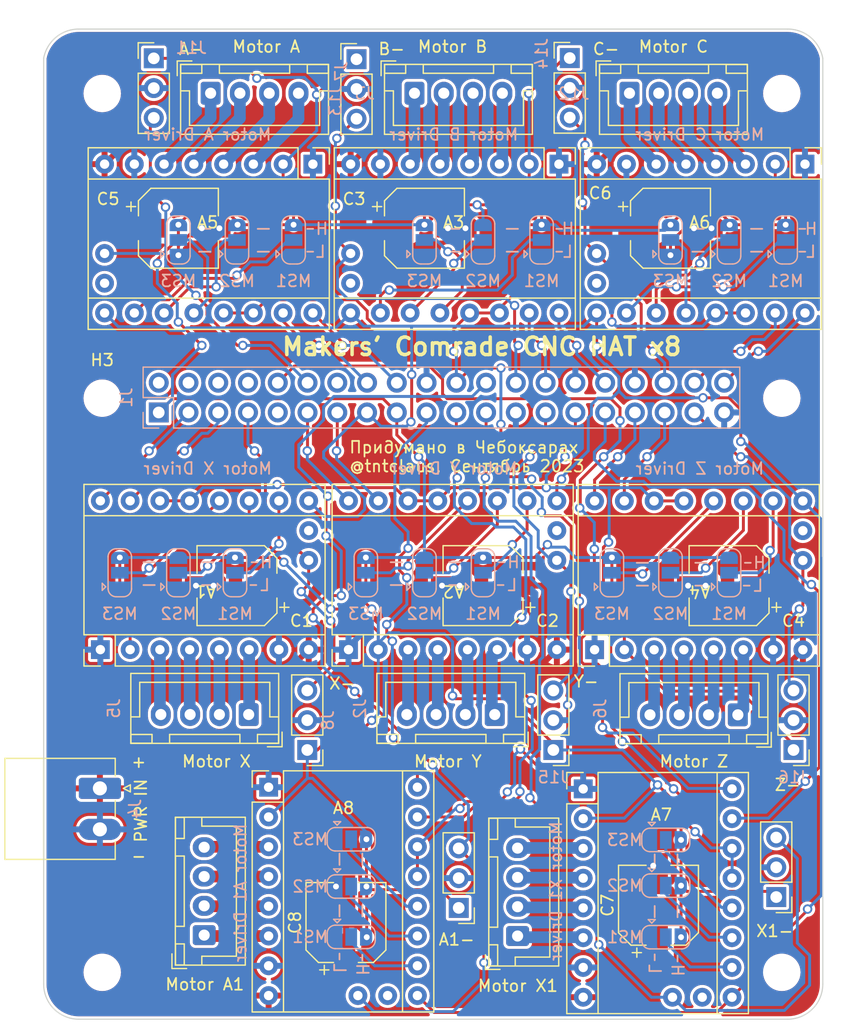
<source format=kicad_pcb>
(kicad_pcb (version 20211014) (generator pcbnew)
  (layers (0 "F.Cu" signal) (31 "B.Cu" signal) (34 "B.Paste" user) (35 "F.Paste" user) (36 "B.SilkS" user "B.Silkscreen") (37 "F.SilkS" user "F.Silkscreen") (38 "B.Mask" user) (39 "F.Mask" user) (44 "Edge.Cuts" user))
  (net 0 "")
  (net 2 "Vin")
  (net 3 "GND")
  (net 4 "+3V3")
  (net 5 "/Motor X/MS1")
  (net 6 "/Motor X/MS2")
  (net 7 "/Motor Y/MS1")
  (net 8 "/Motor Y/MS2")
  (net 9 "/Motor Z/1B")
  (net 10 "/Motor X/1B")
  (net 11 "/Motor X/1A")
  (net 12 "/Motor X/2A")
  (net 13 "/Motor X/2B")
  (net 14 "/Motor Y/1B")
  (net 15 "/Motor Y/1A")
  (net 16 "/Motor Y/2A")
  (net 17 "/Motor Y/2B")
  (net 18 "/Motor Z/1A")
  (net 19 "/Motor Z/2A")
  (net 20 "/Motor Z/2B")
  (net 21 "/Motor Z/MS1")
  (net 22 "/Motor Z/MS2")
  (net 23 "/Motor B/1B")
  (net 24 "/Motor B/1A")
  (net 25 "/Motor B/2A")
  (net 26 "/Motor B/2B")
  (net 27 "/Motor B/MS1")
  (net 28 "/Motor B/MS2")
  (net 29 "/Motor A/1B")
  (net 30 "/Motor A/1A")
  (net 31 "/Motor A/2A")
  (net 32 "/Motor A/2B")
  (net 33 "/Motor A/MS1")
  (net 34 "/Motor A/MS2")
  (net 39 "/Motor C/1B")
  (net 40 "/Motor C/1A")
  (net 41 "/Motor C/2A")
  (net 42 "/Motor C/2B")
  (net 43 "/Motor C/MS1")
  (net 44 "/Motor C/MS2")
  (net 46 "/Motor X/MS3")
  (net 48 "/Motor Y/MS3")
  (net 49 "/Motor B/MS3")
  (net 52 "/Motor Z/MS3")
  (net 53 "/Motor A/MS3")
  (net 55 "/Motor C/MS3")
  (net 56 "+5V")
  (net 57 "/UART_X")
  (net 58 "/UART_A")
  (net 59 "/MC DIAG")
  (net 60 "/MZ DIAG")
  (net 61 "/MZ STEP")
  (net 62 "/MZ DIR")
  (net 63 "/MC STEP")
  (net 64 "/MC DIR")
  (net 65 "/MB STEP")
  (net 66 "/MB DIR")
  (net 67 "/MB DIAG")
  (net 68 "/MA STEP")
  (net 69 "/MA DIR")
  (net 70 "/MA DIAG")
  (net 71 "/MX DIAG")
  (net 72 "/MX DIR")
  (net 73 "/MX STEP")
  (net 74 "/MY STEP")
  (net 75 "/MY DIR")
  (net 76 "/MY DIAG")
  (net 78 "/MX1 DIAG")
  (net 79 "/Motor A1/1B")
  (net 80 "/Motor A1/1A")
  (net 81 "/Motor A1/2A")
  (net 82 "/Motor A1/2B")
  (net 83 "/Motor A1/MS1")
  (net 84 "/Motor A1/MS2")
  (net 85 "/Motor A1/MS3")
  (net 86 "/MA1 STEP")
  (net 87 "/MA1 DIR")
  (net 89 "/MA1 DIAG")
  (net 90 "MEN")
  (net 91 "/Motor X1/1B")
  (net 92 "/Motor X1/1A")
  (net 93 "/Motor X1/2A")
  (net 94 "/Motor X1/2B")
  (net 95 "/Motor X1/MS1")
  (net 96 "/Motor X1/MS2")
  (net 97 "/Motor X1/MS3")
  (net 98 "/MX1 STEP")
  (net 99 "/MX1 DIR")
  (footprint "Capacitor_SMD:CP_Elec_6.3x7.7" (layer "F.Cu") (at 81.5 63 180)
    (fp_text reference "C4")
    (fp_text value "100µF 50V")
  )
  (footprint "Connector_JST:JST_XH_B4B-XH-A_1x04_P2.50mm_Vertical" (layer "F.Cu") (at 36.7 92.825 90)
    (fp_text reference "J18")
    (fp_text value "Motor A1")
  )
  (footprint "Connector_PinHeader_2.54mm:PinHeader_1x03_P2.54mm_Vertical" (layer "F.Cu") (at 58.425 90.5 180)
    (fp_text reference "J10")
    (fp_text value "A1-")
  )
  (footprint "Connector_PinHeader_2.54mm:PinHeader_1x03_P2.54mm_Vertical" (layer "F.Cu") (at 87 77.025 180)
    (fp_text reference "J16")
    (fp_text value "Z-")
  )
  (footprint "Connector_JST:JST_XH_B4B-XH-A_1x04_P2.50mm_Vertical" (layer "F.Cu") (at 37.25 20.975)
    (fp_text reference "J7")
    (fp_text value "Motor A")
  )
  (footprint "Connector_JST:JST_XH_B4B-XH-A_1x04_P2.50mm_Vertical" (layer "F.Cu") (at 82.25 74.025 180)
    (fp_text reference "J6")
    (fp_text value "Motor Z")
  )
  (footprint "Capacitor_SMD:CP_Elec_6.3x7.7" (layer "F.Cu") (at 39.5 63 180)
    (fp_text reference "C1")
    (fp_text value "100µF 50V")
  )
  (footprint "Connector_JST:JST_XH_B4B-XH-A_1x04_P2.50mm_Vertical" (layer "F.Cu") (at 63.45 92.9 90)
    (fp_text reference "J17")
    (fp_text value "Motor X1")
  )
  (footprint "MountingHole:MountingHole_2.7mm_M2.5_ISO14580" (layer "F.Cu") (at 28 21)
    (fp_text reference "H5")
    (fp_text value "MountingHole")
  )
  (footprint "TMCSockets:TMC220X" (layer "F.Cu") (at 58 61.99 90)
    (fp_text reference "A2")
    (fp_text value "Motor Y Driver")
  )
  (footprint "TMCSockets:TMC220X" (layer "F.Cu") (at 58 33.5 -90)
    (fp_text reference "A3")
    (fp_text value "Motor B Driver")
  )
  (footprint "Capacitor_SMD:CP_Elec_6.3x7.7" (layer "F.Cu") (at 76.5 32.5)
    (fp_text reference "C6")
    (fp_text value "100µF 50V")
  )
  (footprint "Capacitor_SMD:CP_Elec_6.3x7.7" (layer "F.Cu") (at 75.475 90.275 90)
    (fp_text reference "C7")
    (fp_text value "100µF 50V")
  )
  (footprint "TMCSockets:TMC220X" (layer "F.Cu") (at 37 33.5 -90)
    (fp_text reference "A5")
    (fp_text value "Motor A Driver")
  )
  (footprint "Connector_Phoenix_MC:PhoenixContact_MC_1,5_2-G-3.5_1x02_P3.50mm_Horizontal" (layer "F.Cu") (at 27.8 80.3 -90)
    (fp_text reference "J4")
    (fp_text value "PWR IN")
  )
  (footprint "Connector_PinHeader_2.54mm:PinHeader_1x03_P2.54mm_Vertical" (layer "F.Cu") (at 66.5 77.025 180)
    (fp_text reference "J15")
    (fp_text value "Y-")
  )
  (footprint "TMCSockets:TMC220X" (layer "F.Cu") (at 79 62 90)
    (fp_text reference "A4")
    (fp_text value "Motor Z Driver")
  )
  (footprint "MountingHole:MountingHole_2.7mm_M2.5_ISO14580" (layer "F.Cu") (at 86 47)
    (fp_text reference "H4")
    (fp_text value "MountingHole")
  )
  (footprint "MountingHole:MountingHole_2.7mm_M2.5_ISO14580" (layer "F.Cu") (at 28 47)
    (fp_text reference "H3")
    (fp_text value "MountingHole")
  )
  (footprint "Connector_JST:JST_XH_B4B-XH-A_1x04_P2.50mm_Vertical" (layer "F.Cu") (at 40.5 74 180)
    (fp_text reference "J5")
    (fp_text value "Motor X")
  )
  (footprint "Connector_JST:JST_XH_B4B-XH-A_1x04_P2.50mm_Vertical" (layer "F.Cu") (at 73 20.975)
    (fp_text reference "J12")
    (fp_text value "Motor C")
  )
  (footprint "TMCSockets:TMC220X" (layer "F.Cu") (at 36.82132 61.99 90)
    (fp_text reference "A1")
    (fp_text value "Motor X Driver")
  )
  (footprint "Capacitor_SMD:CP_Elec_6.3x7.7" (layer "F.Cu") (at 60.5 63 180)
    (fp_text reference "C2")
    (fp_text value "100µF 50V")
  )
  (footprint "Capacitor_SMD:CP_Elec_6.3x7.7" (layer "F.Cu") (at 34.5 32.5)
    (fp_text reference "C5")
    (fp_text value "100µF 50V")
  )
  (footprint "Connector_JST:JST_XH_B4B-XH-A_1x04_P2.50mm_Vertical" (layer "F.Cu") (at 54.65 20.975)
    (fp_text reference "J3")
    (fp_text value "Motor B")
  )
  (footprint "Capacitor_SMD:CP_Elec_6.3x7.7" (layer "F.Cu") (at 48.8 91.75 90)
    (fp_text reference "C8")
    (fp_text value "100µF 50V")
  )
  (footprint "Connector_PinHeader_2.54mm:PinHeader_1x03_P2.54mm_Vertical" (layer "F.Cu") (at 45.5 77.025 180)
    (fp_text reference "J8")
    (fp_text value "X-")
  )
  (footprint "MountingHole:MountingHole_2.7mm_M2.5_ISO14580" (layer "F.Cu") (at 86 21)
    (fp_text reference "H6")
    (fp_text value "MountingHole")
  )
  (footprint "TMCSockets:TMC220X" (layer "F.Cu") (at 48.67 89.1825)
    (fp_text reference "A8")
    (fp_text value "Motor A1 Driver")
  )
  (footprint "Connector_PinHeader_2.54mm:PinHeader_1x03_P2.54mm_Vertical" (layer "F.Cu") (at 67.9 17.975)
    (fp_text reference "J14")
    (fp_text value "C-")
  )
  (footprint "TMCSockets:TMC220X" (layer "F.Cu") (at 79 33.5 -90)
    (fp_text reference "A6")
    (fp_text value "Motor C Driver")
  )
  (footprint "Connector_PinHeader_2.54mm:PinHeader_1x03_P2.54mm_Vertical" (layer "F.Cu") (at 49.7 18.075)
    (fp_text reference "J13")
    (fp_text value "B-")
  )
  (footprint "MountingHole:MountingHole_2.7mm_M2.5_ISO14580" (layer "F.Cu") (at 86 96)
    (fp_text reference "H2")
    (fp_text value "MountingHole")
  )
  (footprint "Connector_JST:JST_XH_B4B-XH-A_1x04_P2.50mm_Vertical" (layer "F.Cu") (at 61.5 74 180)
    (fp_text reference "J2")
    (fp_text value "Motor Y")
  )
  (footprint "Connector_PinHeader_2.54mm:PinHeader_1x03_P2.54mm_Vertical" (layer "F.Cu") (at 85.525 89.575 180)
    (fp_text reference "J9")
    (fp_text value "X1-")
  )
  (footprint "Connector_PinHeader_2.54mm:PinHeader_1x03_P2.54mm_Vertical" (layer "F.Cu") (at 32.4 18)
    (fp_text reference "J11")
    (fp_text value "A-")
  )
  (footprint "Capacitor_SMD:CP_Elec_6.3x7.7" (layer "F.Cu") (at 55.5 32.5)
    (fp_text reference "C3")
    (fp_text value "100µF 50V")
  )
  (footprint "MountingHole:MountingHole_2.7mm_M2.5_ISO14580" (layer "F.Cu") (at 28 96)
    (fp_text reference "H1")
    (fp_text value "MountingHole")
  )
  (footprint "TMCSockets:TMC220X" (layer "F.Cu") (at 75.52 89.325)
    (fp_text reference "A7")
    (fp_text value "Motor X1 Driver")
  )
  (footprint "Jumper:SolderJumper-3_P1.3mm_Open_RoundedPad1.0x1.5mm" (layer "B.Cu") (at 55.5 33.5 90)
    (fp_text reference "JP7")
    (fp_text value "MS3")
  )
  (footprint "Jumper:SolderJumper-3_P1.3mm_Open_RoundedPad1.0x1.5mm" (layer "B.Cu") (at 49.25 84.6425)
    (fp_text reference "JP22")
    (fp_text value "MS3")
  )
  (footprint "Jumper:SolderJumper-3_P1.3mm_Open_RoundedPad1.0x1.5mm" (layer "B.Cu") (at 44.33 33.5 90)
    (fp_text reference "JP15")
    (fp_text value "MS1")
  )
  (footprint "Jumper:SolderJumper-3_P1.3mm_Open_RoundedPad1.0x1.5mm" (layer "B.Cu") (at 76.5 61.9 90)
    (fp_text reference "JP11")
    (fp_text value "MS2")
  )
  (footprint "Jumper:SolderJumper-3_P1.3mm_Open_RoundedPad1.0x1.5mm" (layer "B.Cu") (at 81.5 33.5 90)
    (fp_text reference "JP17")
    (fp_text value "MS2")
  )
  (footprint "Jumper:SolderJumper-3_P1.3mm_Open_RoundedPad1.0x1.5mm" (layer "B.Cu") (at 76.1 84.7)
    (fp_text reference "JP19")
    (fp_text value "MS3")
  )
  (footprint "Jumper:SolderJumper-3_P1.3mm_Open_RoundedPad1.0x1.5mm" (layer "B.Cu") (at 55.5 61.9 90)
    (fp_text reference "JP5")
    (fp_text value "MS2")
  )
  (footprint "Jumper:SolderJumper-3_P1.3mm_Open_RoundedPad1.0x1.5mm" (layer "B.Cu") (at 34.5 33.5 90)
    (fp_text reference "JP13")
    (fp_text value "MS3")
  )
  (footprint "Jumper:SolderJumper-3_P1.3mm_Open_RoundedPad1.0x1.5mm" (layer "B.Cu") (at 39.33 61.9 90)
    (fp_text reference "JP3")
    (fp_text value "MS1")
  )
  (footprint "Jumper:SolderJumper-3_P1.3mm_Open_RoundedPad1.0x1.5mm" (layer "B.Cu") (at 86.33 33.5 90)
    (fp_text reference "JP18")
    (fp_text value "MS1")
  )
  (footprint "Jumper:SolderJumper-3_P1.3mm_Open_RoundedPad1.0x1.5mm" (layer "B.Cu") (at 49.25 88.675)
    (fp_text reference "JP23")
    (fp_text value "MS2")
  )
  (footprint "Jumper:SolderJumper-3_P1.3mm_Open_RoundedPad1.0x1.5mm" (layer "B.Cu") (at 50.5 61.9 90)
    (fp_text reference "JP4")
    (fp_text value "MS3")
  )
  (footprint "Jumper:SolderJumper-3_P1.3mm_Open_RoundedPad1.0x1.5mm" (layer "B.Cu") (at 60.5 61.9 90)
    (fp_text reference "JP6")
    (fp_text value "MS1")
  )
  (footprint "Connector_PinSocket_2.54mm:PinSocket_2x20_P2.54mm_Vertical" (layer "B.Cu") (at 32.82132 48.22132 -90)
    (fp_text reference "J1")
    (fp_text value "Raspberry_Pi_2_3")
  )
  (footprint "Jumper:SolderJumper-3_P1.3mm_Open_RoundedPad1.0x1.5mm" (layer "B.Cu") (at 81.5 61.9 90)
    (fp_text reference "JP12")
    (fp_text value "MS1")
  )
  (footprint "Jumper:SolderJumper-3_P1.3mm_Open_RoundedPad1.0x1.5mm" (layer "B.Cu") (at 76.5 33.5 90)
    (fp_text reference "JP16")
    (fp_text value "MS3")
  )
  (footprint "Jumper:SolderJumper-3_P1.3mm_Open_RoundedPad1.0x1.5mm" (layer "B.Cu") (at 76.1 88.6)
    (fp_text reference "JP20")
    (fp_text value "MS2")
  )
  (footprint "Jumper:SolderJumper-3_P1.3mm_Open_RoundedPad1.0x1.5mm" (layer "B.Cu") (at 76.1 93)
    (fp_text reference "JP21")
    (fp_text value "MS1")
  )
  (footprint "Jumper:SolderJumper-3_P1.3mm_Open_RoundedPad1.0x1.5mm" (layer "B.Cu") (at 29.5 61.9 90)
    (fp_text reference "JP1")
    (fp_text value "MS3")
  )
  (footprint "Jumper:SolderJumper-3_P1.3mm_Open_RoundedPad1.0x1.5mm" (layer "B.Cu") (at 34.5 61.9 90)
    (fp_text reference "JP2")
    (fp_text value "MS2")
  )
  (footprint "Jumper:SolderJumper-3_P1.3mm_Open_RoundedPad1.0x1.5mm" (layer "B.Cu") (at 65.5 33.5 90)
    (fp_text reference "JP9")
    (fp_text value "MS1")
  )
  (footprint "Jumper:SolderJumper-3_P1.3mm_Open_RoundedPad1.0x1.5mm" (layer "B.Cu") (at 60.5 33.5 90)
    (fp_text reference "JP8")
    (fp_text value "MS2")
  )
  (footprint "Jumper:SolderJumper-3_P1.3mm_Open_RoundedPad1.0x1.5mm" (layer "B.Cu") (at 49.25 92.975)
    (fp_text reference "JP24")
    (fp_text value "MS1")
  )
  (footprint "Jumper:SolderJumper-3_P1.3mm_Open_RoundedPad1.0x1.5mm" (layer "B.Cu") (at 71.5 61.9 90)
    (fp_text reference "JP10")
    (fp_text value "MS3")
  )
  (footprint "Jumper:SolderJumper-3_P1.3mm_Open_RoundedPad1.0x1.5mm" (layer "B.Cu") (at 39.5 33.5 90)
    (fp_text reference "JP14")
    (fp_text value "MS2")
  )
  (gr_line (start 73.61875 63) (end 74.58125 63) (layer "B.SilkS") (width 0.15))
  (gr_line (start 41.26875 34.5) (end 42.23125 34.5) (layer "B.SilkS") (width 0.15))
  (gr_line (start 40.75 61) (end 41.25 61) (layer "B.SilkS") (width 0.15))
  (gr_line (start 78.36875 32.55) (end 79.33125 32.55) (layer "B.SilkS") (width 0.15))
  (gr_line (start 41.26875 32.55) (end 42.23125 32.55) (layer "B.SilkS") (width 0.15))
  (gr_line (start 31.51875 62.95) (end 32.48125 62.95) (layer "B.SilkS") (width 0.15))
  (gr_line (start 31.51875 61) (end 32.48125 61) (layer "B.SilkS") (width 0.15))
  (gr_line (start 82.75 63) (end 83.25 63) (layer "B.SilkS") (width 0.15))
  (gr_line (start 66.75 32.55) (end 67.25 32.55) (layer "B.SilkS") (width 0.15))
  (gr_line (start 48.25 90.26875) (end 48.25 91.23125) (layer "B.SilkS") (width 0.15))
  (gr_line (start 75.15 90.3375) (end 75.15 91.3) (layer "B.SilkS") (width 0.15))
  (gr_line (start 61.75 62.95) (end 62.25 62.95) (layer "B.SilkS") (width 0.15))
  (gr_line (start 83.36875 34.5) (end 84.33125 34.5) (layer "B.SilkS") (width 0.15))
  (gr_line (start 57.51875 32.55) (end 58.48125 32.55) (layer "B.SilkS") (width 0.15))
  (gr_line (start 50.2 85.86875) (end 50.2 86.83125) (layer "B.SilkS") (width 0.15))
  (gr_line (start 36.26875 34.5) (end 37.23125 34.5) (layer "B.SilkS") (width 0.15))
  (gr_line (start 62.51875 34.5) (end 63.48125 34.5) (layer "B.SilkS") (width 0.15))
  (gr_line (start 52.61875 62.95) (end 53.58125 62.95) (layer "B.SilkS") (width 0.15))
  (gr_line (start 36.26875 32.55) (end 37.23125 32.55) (layer "B.SilkS") (width 0.15))
  (gr_line (start 61.85 61) (end 62.35 61) (layer "B.SilkS") (width 0.15))
  (gr_line (start 36.51875 61) (end 37.48125 61) (layer "B.SilkS") (width 0.15))
  (gr_line (start 66.75 34.5) (end 67.25 34.5) (layer "B.SilkS") (width 0.15))
  (gr_line (start 82.85 61.05) (end 83.35 61.05) (layer "B.SilkS") (width 0.15))
  (gr_line (start 77.1 94.56875) (end 77.1 95.06875) (layer "B.SilkS") (width 0.15))
  (gr_line (start 50.2 90.26875) (end 50.2 91.23125) (layer "B.SilkS") (width 0.15))
  (gr_line (start 48.25 94.4) (end 48.25 94.9) (layer "B.SilkS") (width 0.15))
  (gr_line (start 87.5 34.5) (end 88 34.5) (layer "B.SilkS") (width 0.15))
  (gr_line (start 45.5 32.55) (end 46 32.55) (layer "B.SilkS") (width 0.15))
  (gr_line (start 57.51875 34.5) (end 58.48125 34.5) (layer "B.SilkS") (width 0.15))
  (gr_line (start 77.1 85.9375) (end 77.1 86.9) (layer "B.SilkS") (width 0.15))
  (gr_line (start 57.61875 61) (end 58.58125 61) (layer "B.SilkS") (width 0.15))
  (gr_line (start 78.36875 34.5) (end 79.33125 34.5) (layer "B.SilkS") (width 0.15))
  (gr_line (start 40.65 62.95) (end 41.15 62.95) (layer "B.SilkS") (width 0.15))
  (gr_line (start 78.61875 61.05) (end 79.58125 61.05) (layer "B.SilkS") (width 0.15))
  (gr_line (start 50.2 94.5) (end 50.2 95) (layer "B.SilkS") (width 0.15))
  (gr_line (start 77.1 90.3375) (end 77.1 91.3) (layer "B.SilkS") (width 0.15))
  (gr_line (start 83.36875 32.55) (end 84.33125 32.55) (layer "B.SilkS") (width 0.15))
  (gr_line (start 75.15 94.46875) (end 75.15 94.96875) (layer "B.SilkS") (width 0.15))
  (gr_line (start 87.5 32.55) (end 88 32.55) (layer "B.SilkS") (width 0.15))
  (gr_line (start 75.15 85.9375) (end 75.15 86.9) (layer "B.SilkS") (width 0.15))
  (gr_line (start 57.61875 62.95) (end 58.58125 62.95) (layer "B.SilkS") (width 0.15))
  (gr_line (start 73.61875 61.05) (end 74.58125 61.05) (layer "B.SilkS") (width 0.15))
  (gr_line (start 78.61875 63) (end 79.58125 63) (layer "B.SilkS") (width 0.15))
  (gr_line (start 48.25 85.86875) (end 48.25 86.83125) (layer "B.SilkS") (width 0.15))
  (gr_line (start 45.5 34.5) (end 46 34.5) (layer "B.SilkS") (width 0.15))
  (gr_line (start 52.61875 61) (end 53.58125 61) (layer "B.SilkS") (width 0.15))
  (gr_line (start 36.51875 62.95) (end 37.48125 62.95) (layer "B.SilkS") (width 0.15))
  (gr_line (start 62.51875 32.55) (end 63.48125 32.55) (layer "B.SilkS") (width 0.15))
  (gr_line (start 23 18) (end 23 97) (layer "Edge.Cuts") (width 0.1))
  (gr_arc (start 26 100) (mid 23.87868 99.12132) (end 23 97) (layer "Edge.Cuts") (width 0.1))
  (gr_arc (start 89.5 97) (mid 88.62132 99.12132) (end 86.5 100) (layer "Edge.Cuts") (width 0.1))
  (gr_line (start 26 15.5) (end 86.5 15.5) (layer "Edge.Cuts") (width 0.1))
  (gr_arc (start 86.5 15.5) (mid 88.452493 16.207008) (end 89.5 18) (layer "Edge.Cuts") (width 0.1))
  (gr_line (start 26 100) (end 67.5 100) (layer "Edge.Cuts") (width 0.1))
  (gr_line (start 89.5 18) (end 89.5 97) (layer "Edge.Cuts") (width 0.1))
  (gr_arc (start 23 18) (mid 24.047505 16.207007) (end 26 15.5) (layer "Edge.Cuts") (width 0.1))
  (gr_line (start 67.5 100) (end 86.5 100) (layer "Edge.Cuts") (width 0.1))
  (gr_text "L\n" (at 46.65 34.5) (layer "B.SilkS") (effects (font (size 1 1)) (justify mirror)))
  (gr_text "L\n" (at 41.9 62.95) (layer "B.SilkS") (effects (font (size 1 1)) (justify mirror)))
  (gr_text "H" (at 46.75 32.55) (layer "B.SilkS") (effects (font (size 1 1)) (justify mirror)))
  (gr_text "H" (at 84.1 61.05) (layer "B.SilkS") (effects (font (size 1 1)) (justify mirror)))
  (gr_text "H" (at 63.1 61) (layer "B.SilkS") (effects (font (size 1 1)) (justify mirror)))
  (gr_text "H" (at 67.75 32.55) (layer "B.SilkS") (effects (font (size 1 1)) (justify mirror)))
  (gr_text "H" (at 88.5 32.55) (layer "B.SilkS") (effects (font (size 1 1)) (justify mirror)))
  (gr_text "H" (at 50.2 95.75 270) (layer "B.SilkS") (effects (font (size 1 1)) (justify mirror)))
  (gr_text "L\n" (at 63 62.95) (layer "B.SilkS") (effects (font (size 1 1)) (justify mirror)))
  (gr_text "L\n" (at 84 63) (layer "B.SilkS") (effects (font (size 1 1)) (justify mirror)))
  (gr_text "L\n" (at 75.15 95.71875 270) (layer "B.SilkS") (effects (font (size 1 1)) (justify mirror)))
  (gr_text "H" (at 77.1 95.81875 270) (layer "B.SilkS") (effects (font (size 1 1)) (justify mirror)))
  (gr_text "H" (at 42 61) (layer "B.SilkS") (effects (font (size 1 1)) (justify mirror)))
  (gr_text "L\n" (at 88.5 34.5) (layer "B.SilkS") (effects (font (size 1 1)) (justify mirror)))
  (gr_text "L\n" (at 67.75 34.5) (layer "B.SilkS") (effects (font (size 1 1)) (justify mirror)))
  (gr_text "L\n" (at 48.25 95.65 270) (layer "B.SilkS") (effects (font (size 1 1)) (justify mirror)))
  (gr_text "Придумано в Чебоксарах\n@tntclaus, Сентябрь 2023" (at 49 52) (layer "F.SilkS") (effects (font (size 1 1)) (justify left)))
  (gr_text "Makers' Comrade CNC HAT x8" (at 43.2 42.6) (layer "F.SilkS") (effects (font (size 1.5 1.5) (thickness 0.3)) (justify left)))
  (gr_text "-\n\n\n\n\n+" (at 30.4 82.2 180) (layer "F.SilkS") (effects (font (size 1 1)) (justify right)))
  (segment (start 52.8 32.5) (end 50.4 30.1) (width 0.5) (layer "F.Cu") (net 2))
  (segment (start 42.2 63) (end 44.4 65.2) (width 0.5) (layer "F.Cu") (net 2))
  (segment (start 29.490489 30.190489) (end 29.490489 26.109511) (width 0.5) (layer "F.Cu") (net 2))
  (segment (start 50.4 26.1) (end 50.13 26.1) (width 0.5) (layer "F.Cu") (net 2))
  (segment (start 86.509511 69.490489) (end 86.5 69.5) (width 0.5) (layer "F.Cu") (net 2))
  (segment (start 86.77 69.5) (end 87.8 68.47) (width 0.5) (layer "F.Cu") (net 2))
  (segment (start 84.2 63) (end 86.509511 65.309511) (width 0.5) (layer "F.Cu") (net 2))
  (segment (start 65.76 69.5) (end 66.8 68.46) (width 0.5) (layer "F.Cu") (net 2))
  (segment (start 86.509511 65.309511) (end 86.509511 69.490489) (width 0.5) (layer "F.Cu") (net 2))
  (segment (start 86.5 69.5) (end 86.77 69.5) (width 0.5) (layer "F.Cu") (net 2))
  (segment (start 65.6 69.5) (end 65.76 69.5) (width 0.5) (layer "F.Cu") (net 2))
  (segment (start 50.13 26.1) (end 49.2 27.03) (width 0.5) (layer "F.Cu") (net 2))
  (segment (start 31.8 32.5) (end 29.490489 30.190489) (width 0.5) (layer "F.Cu") (net 2))
  (segment (start 29.13 26.1) (end 28.2 27.03) (width 0.5) (layer "F.Cu") (net 2))
  (segment (start 65.6 65.4) (end 65.6 69.5) (width 0.5) (layer "F.Cu") (net 2))
  (segment (start 73.8 32.5) (end 71.4 30.1) (width 0.5) (layer "F.Cu") (net 2))
  (segment (start 29.5 26.1) (end 29.13 26.1) (width 0.5) (layer "F.Cu") (net 2))
  (segment (start 50.4 30.1) (end 50.4 26.1) (width 0.5) (layer "F.Cu") (net 2))
  (segment (start 29.490489 26.109511) (end 29.5 26.1) (width 0.5) (layer "F.Cu") (net 2))
  (segment (start 44.4 69.68132) (end 45.62132 68.46) (width 0.5) (layer "F.Cu") (net 2))
  (segment (start 71.13 26.1) (end 70.2 27.03) (width 0.5) (layer "F.Cu") (net 2))
  (segment (start 71.4 26.1) (end 71.13 26.1) (width 0.5) (layer "F.Cu") (net 2))
  (segment (start 44.4 65.2) (end 44.4 69.68132) (width 0.5) (layer "F.Cu") (net 2))
  (segment (start 71.4 30.1) (end 71.4 26.1) (width 0.5) (layer "F.Cu") (net 2))
  (segment (start 63.2 63) (end 65.6 65.4) (width 0.5) (layer "F.Cu") (net 2))
  (segment (start 34.5 34) (end 36 32.5) (width 0.25) (layer "F.Cu") (net 3))
  (segment (start 76.5 33.7) (end 77.7 32.5) (width 0.25) (layer "F.Cu") (net 3))
  (segment (start 34.5 34.8) (end 34.5 34) (width 0.25) (layer "F.Cu") (net 3))
  (segment (start 48.325 89.05) (end 47.95 88.675) (width 0.25) (layer "F.Cu") (net 3))
  (segment (start 76.5 34.8) (end 76.5 33.7) (width 0.25) (layer "F.Cu") (net 3))
  (via (at 76.5 34.8) (size 0.8) (drill 0.5) (layers "F.Cu" "B.Cu") (net 3))
  (via (at 79.5 63) (size 0.8) (drill 0.5) (layers "F.Cu" "B.Cu") (net 3))
  (via (at 59 32.5) (size 0.8) (drill 0.5) (layers "F.Cu" "B.Cu") (net 3))
  (via (at 78 63) (size 0.8) (drill 0.5) (layers "F.Cu" "B.Cu") (net 3))
  (via (at 36 63) (size 0.8) (drill 0.5) (layers "F.Cu" "B.Cu") (net 3))
  (via (at 47.95 88.675) (size 0.8) (drill 0.5) (layers "F.Cu" "B.Cu") (net 3))
  (via (at 75.025 86.9) (size 0.8) (drill 0.5) (layers "F.Cu" "B.Cu") (net 3))
  (via (at 38 32.5) (size 0.8) (drill 0.5) (layers "F.Cu" "B.Cu") (net 3))
  (via (at 78.5 32.5) (size 0.8) (drill 0.5) (layers "F.Cu" "B.Cu") (net 3))
  (via (at 37.5 63) (size 0.8) (drill 0.5) (layers "F.Cu" "B.Cu") (net 3))
  (via (at 34.5 34.8) (size 0.8) (drill 0.5) (layers "F.Cu" "B.Cu") (net 3))
  (via (at 58.5 63) (size 0.8) (drill 0.5) (layers "F.Cu" "B.Cu") (net 3))
  (via (at 57.5 32.5) (size 0.8) (drill 0.5) (layers "F.Cu" "B.Cu") (net 3))
  (via (at 57 63) (size 0.8) (drill 0.5) (layers "F.Cu" "B.Cu") (net 3))
  (via (at 80 32.5) (size 0.8) (drill 0.5) (layers "F.Cu" "B.Cu") (net 3))
  (via (at 36.5 32.5) (size 0.8) (drill 0.5) (layers "F.Cu" "B.Cu") (net 3))
  (segment (start 49.25 68) (end 50.23 67.02) (width 0.5) (layer "B.Cu") (net 3))
  (segment (start 81.5495 32.2) (end 81.5495 31.987007) (width 0.25) (layer "F.Cu") (net 4))
  (segment (start 75.4 80) (end 77.4 82) (width 0.25) (layer "F.Cu") (net 4))
  (segment (start 62.5 30.5) (end 60 30.5) (width 0.25) (layer "F.Cu") (net 4))
  (segment (start 81.5495 31.987007) (end 80.562493 31) (width 0.25) (layer "F.Cu") (net 4))
  (segment (start 86.33 29.83) (end 86.33 32.2) (width 0.25) (layer "F.Cu") (net 4))
  (segment (start 77.4 88.6) (end 77.889511 89.089511) (width 0.25) (layer "F.Cu") (net 4))
  (segment (start 65.5 32.2) (end 64.2 32.2) (width 0.25) (layer "F.Cu") (net 4))
  (segment (start 77.7 31) (end 76.5 32.2) (width 0.25) (layer "F.Cu") (net 4))
  (segment (start 32.82132 48.22132) (end 33.995831 47.046809) (width 0.25) (layer "F.Cu") (net 4))
  (segment (start 50.5 64.5) (end 50.5 60.6) (width 0.25) (layer "F.Cu") (net 4))
  (segment (start 39.33 60.6) (end 43.1 60.6) (width 0.25) (layer "F.Cu") (net 4))
  (segment (start 53.14132 48.22132) (end 53.14132 50.14132) (width 0.25) (layer "F.Cu") (net 4))
  (segment (start 46.362507 77.025) (end 47.962987 75.42452) (width 0.25) (layer "F.Cu") (net 4))
  (segment (start 44.33 32.2) (end 39.5495 32.2) (width 0.25) (layer "F.Cu") (net 4))
  (segment (start 77.4 84.7) (end 77.4 88.6) (width 0.25) (layer "F.Cu") (net 4))
  (segment (start 50.822011 88.947011) (end 56.872011 88.947011) (width 0.25) (layer "F.Cu") (net 4))
  (segment (start 51.56 66.96) (end 49.6 65) (width 0.25) (layer "F.Cu") (net 4))
  (segment (start 77.4 88.6) (end 77.4 93) (width 0.25) (layer "F.Cu") (net 4))
  (segment (start 43.44 27.03) (end 43.44 28.94) (width 0.25) (layer "F.Cu") (net 4))
  (segment (start 45.5 77.025) (end 46.362507 77.025) (width 0.25) (layer "F.Cu") (net 4))
  (segment (start 50.575 88.7) (end 50.55 88.675) (width 0.25) (layer "F.Cu") (net 4))
  (segment (start 64.2 32.2) (end 62.5 30.5) (width 0.25) (layer "F.Cu") (net 4))
  (segment (start 43.1 60.6) (end 43.5 61) (width 0.25) (layer "F.Cu") (net 4))
  (segment (start 64.9 60.6) (end 66 59.5) (width 0.25) (layer "F.Cu") (net 4))
  (segment (start 43.44 28.94) (end 44.33 29.83) (width 0.25) (layer "F.Cu") (net 4))
  (segment (start 51.966809 47.046809) (end 53.14132 48.22132) (width 0.25) (layer "F.Cu") (net 4))
  (segment (start 76.09 72) (end 82.433204 72) (width 0.25) (layer "F.Cu") (net 4))
  (segment (start 56.872011 88.947011) (end 58.425 90.5) (width 0.25) (layer "F.Cu") (net 4))
  (segment (start 53.14132 50.14132) (end 55 52) (width 0.25) (layer "F.Cu") (net 4))
  (segment (start 77.889511 89.089511) (end 85.039511 89.089511) (width 0.25) (layer "F.Cu") (net 4))
  (segment (start 57.9 72.4) (end 58.15048 72.65048) (width 0.25) (layer "F.Cu") (net 4))
  (segment (start 32.700989 35.163293) (end 34.5 33.364282) (width 0.25) (layer "F.Cu") (net 4))
  (segment (start 39.5495 32.2) (end 39.5495 31.987007) (width 0.25) (layer "F.Cu") (net 4))
  (segment (start 47.962987 75.42452) (end 50.07548 75.42452) (width 0.25) (layer "F.Cu") (net 4))
  (segment (start 56 30.5) (end 55.5 31) (width 0.25) (layer "F.Cu") (net 4))
  (segment (start 60 30.5) (end 56 30.5) (width 0.25) (layer "F.Cu") (net 4))
  (segment (start 34.5 33.364282) (end 34.5 32.2) (width 0.25) (layer "F.Cu") (net 4))
  (segment (start 36.5 42.5) (end 34.5 40.5) (width 0.25) (layer "F.Cu") (net 4))
  (segment (start 64.44 27.03) (end 64.44 28.94) (width 0.25) (layer "F.Cu") (net 4))
  (segment (start 50.07548 75.42452) (end 51 74.5) (width 0.25) (layer "F.Cu") (net 4))
  (segment (start 35.32452 31.37548) (end 34.5 32.2) (width 0.25) (layer "F.Cu") (net 4))
  (segment (start 58.15048 72.65048) (end 62.358684 72.65048) (width 0.25) (layer "F.Cu") (net 4))
  (segment (start 41.2 19.7) (end 39.5 18) (width 0.25) (layer "F.Cu") (net 4))
  (segment (start 62.358684 72.65048) (end 62.958204 73.25) (width 0.25) (layer "F.Cu") (net 4))
  (segment (start 60.5 60.6) (end 64.9 60.6) (width 0.25) (layer "F.Cu") (net 4))
  (segment (start 50.55 88.675) (end 50.822011 88.947011) (width 0.25) (layer "F.Cu") (net 4))
  (segment (start 32.700989 35.499011) (end 32.700989 35.163293) (width 0.25) (layer "F.Cu") (net 4))
  (segment (start 50.575 93) (end 50.575 88.7) (width 0.25) (layer "F.Cu") (net 4))
  (segment (start 49.6 65) (end 47.5 65) (width 0.25) (layer "F.Cu") (net 4))
  (segment (start 64.4 21) (end 67.425 17.975) (width 0.25) (layer "F.Cu") (net 4))
  (segment (start 64.44 28.94) (end 65.5 30) (width 0.25) (layer "F.Cu") (net 4))
  (segment (start 51 65) (end 50.5 64.5) (width 0.25) (layer "F.Cu") (net 4))
  (segment (start 62.958204 73.25) (end 63.25 73.25) (width 0.25) (layer "F.Cu") (net 4))
  (segment (start 86.33 32.2) (end 81.5495 32.2) (width 0.25) (layer "F.Cu") (net 4))
  (segment (start 44.33 29.83) (end 44.33 32.2) (width 0.25) (layer "F.Cu") (net 4))
  (segment (start 72.56 66.56) (end 71.5 65.5) (width 0.25) (layer "F.Cu") (net 4))
  (segment (start 65.5 30) (end 65.5 32.2) (width 0.25) (layer "F.Cu") (net 4))
  (segment (start 50.55 88.675) (end 50.55 84.6425) (width 0.25) (layer "F.Cu") (net 4))
  (segment (start 80.562493 31) (end 77.7 31) (width 0.25) (layer "F.Cu") (net 4))
  (segment (start 39.5 18) (end 32.4 18) (width 0.25) (layer "F.Cu") (net 4))
  (segment (start 85.44 28.94) (end 86.33 29.83) (width 0.25) (layer "F.Cu") (net 4))
  (segment (start 63.25 73.25) (end 66.5 76.5) (width 0.25) (layer "F.Cu") (net 4))
  (segment (start 33.995831 47.046809) (end 51.966809 47.046809) (width 0.25) (layer "F.Cu") (net 4))
  (segment (start 51.56 68.46) (end 51.56 66.96) (width 0.25) (layer "F.Cu") (net 4))
  (segment (start 72.56 68.47) (end 72.56 66.56) (width 0.25) (layer "F.Cu") (net 4))
  (segment (start 72.56 68.47) (end 76.09 72) (width 0.25) (layer "F.Cu") (net 4))
  (segment (start 85.44 27.03) (end 85.44 28.94) (width 0.25) (layer "F.Cu") (net 4))
  (segment (start 82.433204 72) (end 87 76.566796) (width 0.25) (layer "F.Cu") (net 4))
  (segment (start 30.38132 65.88132) (end 29.5 65) (width 0.25) (layer "F.Cu") (net 4))
  (segment (start 46.3 21.1) (end 49.325 18.075) (width 0.25) (layer "F.Cu") (net 4))
  (segment (start 39.5495 31.987007) (end 38.937973 31.37548) (width 0.25) (layer "F.Cu") (net 4))
  (segment (start 30.38132 68.46) (end 30.38132 65.88132) (width 0.25) (layer "F.Cu") (net 4))
  (segment (start 38.937973 31.37548) (end 35.32452 31.37548) (width 0.25) (layer "F.Cu") (net 4))
  (segment (start 71.5 65.5) (end 71.5 60.6) (width 0.25) (layer "F.Cu") (net 4))
  (segment (start 77.4 82) (end 77.4 84.7) (width 0.25) (layer "F.Cu") (net 4))
  (segment (start 29.5 65) (end 29.5 60.6) (width 0.25) (layer "F.Cu") (net 4))
  (segment (start 55.5 31) (end 55.5 32.2) (width 0.25) (layer "F.Cu") (net 4))
  (via (at 36.5 42.5) (size 0.8) (drill 0.5) (layers "F.Cu" "B.Cu") (net 4))
  (via (at 43.5 61) (size 0.8) (drill 0.5) (layers "F.Cu" "B.Cu") (net 4))
  (via (at 71.5 60.6) (size 0.8) (drill 0.5) (layers "F.Cu" "B.Cu") (net 4))
  (via (at 65.5 32.2) (size 0.8) (drill 0.5) (layers "F.Cu" "B.Cu") (net 4))
  (via (at 50.55 88.675) (size 0.8) (drill 0.5) (layers "F.Cu" "B.Cu") (net 4))
  (via (at 41.2 19.7) (size 0.8) (drill 0.5) (layers "F.Cu" "B.Cu") (net 4))
  (via (at 55.5 32.2) (size 0.8) (drill 0.5) (layers "F.Cu" "B.Cu") (net 4))
  (via (at 55 52) (size 0.8) (drill 0.5) (layers "F.Cu" "B.Cu") (net 4))
  (via (at 51 74.5) (size 0.8) (drill 0.5) (layers "F.Cu" "B.Cu") (net 4))
  (via (at 76.5 32.2) (size 0.8) (drill 0.5) (layers "F.Cu" "B.Cu") (net 4))
  (via (at 64.4 21) (size 0.8) (drill 0.5) (layers "F.Cu" "B.Cu") (net 4))
  (via (at 81.5495 32.2) (size 0.8) (drill 0.5) (layers "F.Cu" "B.Cu") (net 4))
  (via (at 44.33 32.2) (size 0.8) (drill 0.5) (layers "F.Cu" "B.Cu") (net 4))
  (via (at 75.4 80) (size 0.8) (drill 0.5) (layers "F.Cu" "B.Cu") (net 4))
  (via (at 77.4 84.7) (size 0.8) (drill 0.5) (layers "F.Cu" "B.Cu") (net 4))
  (via (at 77.4 93) (size 0.8) (drill 0.5) (layers "F.Cu" "B.Cu") (net 4))
  (via (at 77.4 88.6) (size 0.8) (drill 0.5) (layers "F.Cu" "B.Cu") (net 4))
  (via (at 60 30.5) (size 0.8) (drill 0.5) (layers "F.Cu" "B.Cu") (net 4))
  (via (at 47.5 65) (size 0.8) (drill 0.5) (layers "F.Cu" "B.Cu") (net 4))
  (via (at 66 59.5) (size 0.8) (drill 0.5) (layers "F.Cu" "B.Cu") (net 4))
  (via (at 57.9 72.4) (size 0.8) (drill 0.5) (layers "F.Cu" "B.Cu") (net 4))
  (via (at 50.5 60.6) (size 0.8) (drill 0.5) (layers "F.Cu" "B.Cu") (net 4))
  (via (at 32.700989 35.499011) (size 0.8) (drill 0.5) (layers "F.Cu" "B.Cu") (net 4))
  (via (at 86.33 32.2) (size 0.8) (drill 0.5) (layers "F.Cu" "B.Cu") (net 4))
  (via (at 34.5 40.5) (size 0.8) (drill 0.5) (layers "F.Cu" "B.Cu") (net 4))
  (via (at 60.5 60.6) (size 0.8) (drill 0.5) (layers "F.Cu" "B.Cu") (net 4))
  (via (at 39.33 60.6) (size 0.8) (drill 0.5) (layers "F.Cu" "B.Cu") (net 4))
  (via (at 46.3 21.1) (size 0.8) (drill 0.5) (layers "F.Cu" "B.Cu") (net 4))
  (via (at 51 65) (size 0.8) (drill 0.5) (layers "F.Cu" "B.Cu") (net 4))
  (via (at 39.5495 32.2) (size 0.8) (drill 0.5) (layers "F.Cu" "B.Cu") (net 4))
  (via (at 34.5 32.2) (size 0.8) (drill 0.5) (layers "F.Cu" "B.Cu") (net 4))
  (via (at 29.5 60.6) (size 0.8) (drill 0.5) (layers "F.Cu" "B.Cu") (net 4))
  (via (at 50.55 84.6425) (size 0.8) (drill 0.5) (layers "F.Cu" "B.Cu") (net 4))
  (via (at 50.575 93) (size 0.8) (drill 0.5) (layers "F.Cu" "B.Cu") (net 4))
  (segment (start 32.82132 48.22132) (end 33.995831 47.046809) (width 0.25) (layer "B.Cu") (net 4))
  (segment (start 66.649022 32.2) (end 65.5 32.2) (width 0.25) (layer "B.Cu") (net 4))
  (segment (start 53.318423 67.018423) (end 53.4 67.1) (width 0.25) (layer "B.Cu") (net 4))
  (segment (start 45.949022 79.4425) (end 50.55 84.043478) (width 0.25) (layer "B.Cu") (net 4))
  (segment (start 68.4 60.6) (end 67.515489 59.715489) (width 0.25) (layer "B.Cu") (net 4))
  (segment (start 60.5 31) (end 60 30.5) (width 0.25) (layer "B.Cu") (net 4))
  (segment (start 67.124511 32.675489) (end 66.649022 32.2) (width 0.25) (layer "B.Cu") (net 4))
  (segment (start 53.4 67.1) (end 57.2 67.1) (width 0.25) (layer "B.Cu") (net 4))
  (segment (start 64.44 21.04) (end 64.4 21) (width 0.25) (layer "B.Cu") (net 4))
  (segment (start 57.9 67.8) (end 57.9 72.4) (width 0.25) (layer "B.Cu") (net 4))
  (segment (start 33.995831 47.046809) (end 33.995831 45.004169) (width 0.25) (layer "B.Cu") (net 4))
  (segment (start 43.44 27.03) (end 46.3 24.17) (width 0.25) (layer "B.Cu") (net 4))
  (segment (start 66.215489 59.715489) (end 66 59.5) (width 0.25) (layer "B.Cu") (net 4))
  (segment (start 67.515489 59.715489) (end 66.215489 59.715489) (width 0.25) (layer "B.Cu") (net 4))
  (segment (start 66.5 77.025) (end 72.425 77.025) (width 0.25) (layer "B.Cu") (net 4))
  (segment (start 55.5 52.5) (end 55.5 60.6) (width 0.25) (layer "B.Cu") (net 4))
  (segment (start 51.56 67.920162) (end 52.461739 67.018423) (width 0.25) (layer "B.Cu") (net 4))
  (segment (start 44.33 32.2) (end 55.5 32.2) (width 0.25) (layer "B.Cu") (net 4))
  (segment (start 45.257212 19.62548) (end 41.27452 19.62548) (width 0.25) (layer "B.Cu") (net 4))
  (segment (start 32.700989 37.200989) (end 32.700989 35.499011) (width 0.25) (layer "B.Cu") (net 4))
  (segment (start 34.404511 38.904511) (end 32.700989 37.200989) (width 0.25) (layer "B.Cu") (net 4))
  (segment (start 45.5 79.4425) (end 45.5 77.025) (width 0.25) (layer "B.Cu") (net 4))
  (segment (start 29.5 60.6) (end 39.33 60.6) (width 0.25) (layer "B.Cu") (net 4))
  (segment (start 57.2 67.1) (end 57.9 67.8) (width 0.25) (layer "B.Cu") (net 4))
  (segment (start 71.5 60.6) (end 68.4 60.6) (width 0.25) (layer "B.Cu") (net 4))
  (segment (start 34.404511 40.404511) (end 34.404511 38.904511) (width 0.25) (layer "B.Cu") (net 4))
  (segment (start 46.3 21.1) (end 46.3 20.668268) (width 0.25) (layer "B.Cu") (net 4))
  (segment (start 67.124511 32.675489) (end 76.024511 32.675489) (width 0.25) (layer "B.Cu") (net 4))
  (segment (start 72.425 77.025) (end 75.4 80) (width 0.25) (layer "B.Cu") (net 4))
  (segment (start 41.27452 19.62548) (end 41.2 19.7) (width 0.25) (layer "B.Cu") (net 4))
  (segment (start 69.06 82.8425) (end 72.5575 82.8425) (width 0.25) (layer "B.Cu") (net 4))
  (segment (start 51.56 65.56) (end 51 65) (width 0.25) (layer "B.Cu") (net 4))
  (segment (start 55 52) (end 55.5 52.5) (width 0.25) (layer "B.Cu") (net 4))
  (segment (start 52.461739 67.018423) (end 53.318423 67.018423) (width 0.25) (layer "B.Cu") (net 4))
  (segment (start 64.44 27.03) (end 64.44 21.04) (width 0.25) (layer "B.Cu") (net 4))
  (segment (start 60.5 32.2) (end 60.5 31) (width 0.25) (layer "B.Cu") (net 4))
  (segment (start 51.56 68.46) (end 51.56 73.94) (width 0.25) (layer "B.Cu") (net 4))
  (segment (start 76.024511 32.675489) (end 76.5 32.2) (width 0.25) (layer "B.Cu") (net 4))
  (segment (start 42.2 82.7425) (end 45.5 79.4425) (width 0.25) (layer "B.Cu") (net 4))
  (segment (start 46.3 20.668268) (end 45.257212 19.62548) (width 0.25) (layer "B.Cu") (net 4))
  (segment (start 43.5 61) (end 47.5 65) (width 0.25) (layer "B.Cu") (net 4))
  (segment (start 51.56 68.46) (end 51.56 65.56) (width 0.25) (layer "B.Cu") (net 4))
  (segment (start 71.5 60.6) (end 81.5 60.6) (width 0.25) (layer "B.Cu") (net 4))
  (segment (start 33.995831 45.004169) (end 36.5 42.5) (width 0.25) (layer "B.Cu") (net 4))
  (segment (start 72.5575 82.8425) (end 75.4 80) (width 0.25) (layer "B.Cu") (net 4))
  (segment (start 51.56 73.94) (end 51 74.5) (width 0.25) (layer "B.Cu") (net 4))
  (segment (start 50.5 60.6) (end 60.5 60.6) (width 0.25) (layer "B.Cu") (net 4))
  (segment (start 45.5 79.4425) (end 45.949022 79.4425) (width 0.25) (layer "B.Cu") (net 4))
  (segment (start 46.3 24.17) (end 46.3 21.1) (width 0.25) (layer "B.Cu") (net 4))
  (segment (start 43.08132 59.41868) (end 43.08132 55.76) (width 0.25) (layer "F.Cu") (net 5))
  (via (at 43.08132 59.41868) (size 0.8) (drill 0.5) (layers "F.Cu" "B.Cu") (net 5))
  (segment (start 40.6 61.9) (end 43.08132 59.41868) (width 0.25) (layer "B.Cu") (net 5))
  (segment (start 39.33 61.9) (end 40.6 61.9) (width 0.25) (layer "B.Cu") (net 5))
  (segment (start 37 61.3245) (end 40.54132 57.78318) (width 0.25) (layer "F.Cu") (net 6))
  (segment (start 40.54132 57.78318) (end 40.54132 55.76) (width 0.25) (layer "F.Cu") (net 6))
  (via (at 37 61.3245) (size 0.8) (drill 0.5) (layers "F.Cu" "B.Cu") (net 6))
  (segment (start 36.4245 61.9) (end 37 61.3245) (width 0.25) (layer "B.Cu") (net 6))
  (segment (start 34.5 61.9) (end 36.4245 61.9) (width 0.25) (layer "B.Cu") (net 6))
  (segment (start 63 59.5) (end 64.26 58.24) (width 0.25) (layer "F.Cu") (net 7))
  (segment (start 64.26 58.24) (end 64.26 55.76) (width 0.25) (layer "F.Cu") (net 7))
  (via (at 63 59.5) (size 0.8) (drill 0.5) (layers "F.Cu" "B.Cu") (net 7))
  (segment (start 63 59.85894) (end 63 59.5) (width 0.25) (layer "B.Cu") (net 7))
  (segment (start 60.95894 61.9) (end 63 59.85894) (width 0.25) (layer "B.Cu") (net 7))
  (segment (start 61.72 57.78) (end 61.72 55.76) (width 0.25) (layer "F.Cu") (net 8))
  (segment (start 58 61.5) (end 61.72 57.78) (width 0.25) (layer "F.Cu") (net 8))
  (via (at 58 61.5) (size 0.8) (drill 0.5) (layers "F.Cu" "B.Cu") (net 8))
  (segment (start 57.6 61.9) (end 58 61.5) (width 0.25) (layer "B.Cu") (net 8))
  (segment (start 55.5 61.9) (end 57.6 61.9) (width 0.25) (layer "B.Cu") (net 8))
  (segment (start 75.1 73.675) (end 74.75 74.025) (width 1) (layer "B.Cu") (net 9))
  (segment (start 75.1 68.47) (end 75.1 73.675) (width 1) (layer "B.Cu") (net 9))
  (segment (start 32.92132 68.46) (end 32.92132 74.42132) (width 1) (layer "B.Cu") (net 10))
  (segment (start 35.46132 68.46) (end 35.46132 74.46132) (width 1) (layer "B.Cu") (net 11))
  (segment (start 38.00132 68.46) (end 38.00132 74.49868) (width 1) (layer "B.Cu") (net 12))
  (segment (start 40.54132 68.46) (end 40.54132 74.45868) (width 1) (layer "B.Cu") (net 13))
  (segment (start 54.1 68.46) (end 54.1 73.9) (width 1) (layer "B.Cu") (net 14))
  (segment (start 56.64 68.46) (end 56.64 73.86) (width 1) (layer "B.Cu") (net 15))
  (segment (start 59.18 68.46) (end 59.18 73.82) (width 1) (layer "B.Cu") (net 16))
  (segment (start 61.72 68.46) (end 61.25 68.93) (width 1) (layer "B.Cu") (net 17))
  (segment (start 61.25 68.93) (end 61.25 73.75) (width 1) (layer "B.Cu") (net 17))
  (segment (start 77.64 73.635) (end 77.25 74.025) (width 1) (layer "B.Cu") (net 18))
  (segment (start 77.64 68.47) (end 77.64 73.635) (width 1) (layer "B.Cu") (net 18))
  (segment (start 80.18 68.47) (end 80.18 73.595) (width 1) (layer "B.Cu") (net 19))
  (segment (start 80.18 73.595) (end 79.75 74.025) (width 1) (layer "B.Cu") (net 19))
  (segment (start 82.72 73.555) (end 82.25 74.025) (width 1) (layer "B.Cu") (net 20))
  (segment (start 82.72 68.47) (end 82.72 73.555) (width 1) (layer "B.Cu") (net 20))
  (segment (start 85.26 59.74) (end 85.26 55.77) (width 0.25) (layer "F.Cu") (net 21))
  (segment (start 85 60) (end 85.26 59.74) (width 0.25) (layer "F.Cu") (net 21))
  (via (at 85 60) (size 0.8) (drill 0.5) (layers "F.Cu" "B.Cu") (net 21))
  (segment (start 84 61.9) (end 81.5 61.9) (width 0.25) (layer "B.Cu") (net 21))
  (segment (start 85 60) (end 85 60.9) (width 0.25) (layer "B.Cu") (net 21))
  (segment (start 85 60.9) (end 84 61.9) (width 0.25) (layer "B.Cu") (net 21))
  (segment (start 79.5 61.5) (end 82.72 58.28) (width 0.25) (layer "F.Cu") (net 22))
  (segment (start 82.72 58.28) (end 82.72 55.77) (width 0.25) (layer "F.Cu") (net 22))
  (via (at 79.5 61.5) (size 0.8) (drill 0.5) (layers "F.Cu" "B.Cu") (net 22))
  (segment (start 79.1 61.9) (end 76.5 61.9) (width 0.25) (layer "B.Cu") (net 22))
  (segment (start 79.5 61.5) (end 79.1 61.9) (width 0.25) (layer "B.Cu") (net 22))
  (segment (start 62.15 26.78) (end 61.9 27.03) (width 1) (layer "B.Cu") (net 23))
  (segment (start 62.15 20.975) (end 62.15 26.78) (width 1) (layer "B.Cu") (net 23))
  (segment (start 59.65 20.975) (end 59.65 26.74) (width 1) (layer "B.Cu") (net 24))
  (segment (start 59.65 26.74) (end 59.36 27.03) (width 1) (layer "B.Cu") (net 24))
  (segment (start 57.15 20.975) (end 57.15 26.7) (width 1) (layer "B.Cu") (net 25))
  (segment (start 57.15 26.7) (end 56.82 27.03) (width 1) (layer "B.Cu") (net 25))
  (segment (start 54.65 26.66) (end 54.28 27.03) (width 1) (layer "B.Cu") (net 26))
  (segment (start 54.65 20.975) (end 54.65 26.66) (width 1) (layer "B.Cu") (net 26))
  (segment (start 52.2245 37.7755) (end 51.74 38.26) (width 0.25) (layer "F.Cu") (net 27))
  (segment (start 51.74 39.73) (end 51.74 38.26) (width 0.25) (layer "F.Cu") (net 27))
  (segment (start 52.5 37.7755) (end 52.2245 37.7755) (width 0.25) (layer "F.Cu") (net 27))
  (via (at 52.5 37.7755) (size 0.8) (drill 0.5) (layers "F.Cu" "B.Cu") (net 27))
  (segment (start 63 36.5) (end 63 35) (width 0.25) (layer "B.Cu") (net 27))
  (segment (start 64.5 33.5) (end 65.5 33.5) (width 0.25) (layer "B.Cu") (net 27))
  (segment (start 61.7245 37.7755) (end 52.5 37.7755) (width 0.25) (layer "B.Cu") (net 27))
  (segment (start 63 35) (end 64.5 33.5) (width 0.25) (layer "B.Cu") (net 27))
  (segment (start 61.7245 37.7755) (end 63 36.5) (width 0.25) (layer "B.Cu") (net 27))
  (segment (start 58 36.01) (end 54.28 39.73) (width 0.25) (layer "F.Cu") (net 28))
  (segment (start 58 35.5) (end 58 36.01) (width 0.25) (layer "F.Cu") (net 28))
  (via (at 58 35.5) (size 0.8) (drill 0.5) (layers "F.Cu" "B.Cu") (net 28))
  (segment (start 60 33.5) (end 58 35.5) (width 0.25) (layer "B.Cu") (net 28))
  (segment (start 44.75 23.18) (end 44.75 20.975) (width 1) (layer "B.Cu") (net 29))
  (segment (start 40.9 27.03) (end 44.75 23.18) (width 1) (layer "B.Cu") (net 29))
  (segment (start 38.36 27.03) (end 42.25 23.14) (width 1) (layer "B.Cu") (net 30))
  (segment (start 42.25 23.14) (end 42.25 20.975) (width 1) (layer "B.Cu") (net 30))
  (segment (start 39.75 23.1) (end 39.75 20.975) (width 1) (layer "B.Cu") (net 31))
  (segment (start 35.82 27.03) (end 39.75 23.1) (width 1) (layer "B.Cu") (net 31))
  (segment (start 37.25 23.06) (end 33.28 27.03) (width 1) (layer "B.Cu") (net 32))
  (segment (start 37.25 20.975) (end 37.25 23.06) (width 1) (layer "B.Cu") (net 32))
  (segment (start 39.224511 36.775489) (end 39.5 36.5) (width 0.25) (layer "F.Cu") (net 33))
  (segment (start 31.864511 38.605489) (end 33.694511 38.605489) (width 0.25) (layer "F.Cu") (net 33))
  (segment (start 35.524511 36.775489) (end 39.224511 36.775489) (width 0.25) (layer "F.Cu") (net 33))
  (segment (start 30.74 39.73) (end 31.864511 38.605489) (width 0.25) (layer "F.Cu") (net 33))
  (segment (start 33.694511 38.605489) (end 35.524511 36.775489) (width 0.25) (layer "F.Cu") (net 33))
  (via (at 39.5 36.5) (size 0.8) (drill 0.5) (layers "F.Cu" "B.Cu") (net 33))
  (segment (start 43.87106 33.5) (end 42 35.37106) (width 0.25) (layer "B.Cu") (net 33))
  (segment (start 40.62894 35.37106) (end 42 35.37106) (width 0.25) (layer "B.Cu") (net 33))
  (segment (start 39.5 36.5) (end 40.62894 35.37106) (width 0.25) (layer "B.Cu") (net 33))
  (segment (start 37.7245 37.5) (end 35.51 37.5) (width 0.25) (layer "F.Cu") (net 34))
  (segment (start 35.51 37.5) (end 33.28 39.73) (width 0.25) (layer "F.Cu") (net 34))
  (via (at 37.7245 37.5) (size 0.8) (drill 0.5) (layers "F.Cu" "B.Cu") (net 34))
  (segment (start 39.5 33.5) (end 38.5 33.5) (width 0.25) (layer "B.Cu") (net 34))
  (segment (start 38.5 33.5) (end 37.7245 34.2755) (width 0.25) (layer "B.Cu") (net 34))
  (segment (start 37.7245 34.2755) (end 37.7245 37.5) (width 0.25) (layer "B.Cu") (net 34))
  (segment (start 80.5 24.63) (end 80.5 20.975) (width 1) (layer "B.Cu") (net 39))
  (segment (start 82.9 27.03) (end 80.5 24.63) (width 1) (layer "B.Cu") (net 39))
  (segment (start 80.36 27.03) (end 78 24.67) (width 1) (layer "B.Cu") (net 40))
  (segment (start 78 24.67) (end 78 20.975) (width 1) (layer "B.Cu") (net 40))
  (segment (start 77.82 27.03) (end 75.5 24.71) (width 1) (layer "B.Cu") (net 41))
  (segment (start 75.5 24.71) (end 75.5 20.975) (width 1) (layer "B.Cu") (net 41))
  (segment (start 73 24.75) (end 73 20.975) (width 1) (layer "B.Cu") (net 42))
  (segment (start 75.28 27.03) (end 73 24.75) (width 1) (layer "B.Cu") (net 42))
  (segment (start 81 37.5) (end 77 37.5) (width 0.25) (layer "F.Cu") (net 43))
  (via (at 77 37.5) (size 0.8) (drill 0.5) (layers "F.Cu" "B.Cu") (net 43))
  (via (at 81 37.5) (size 0.8) (drill 0.5) (layers "F.Cu" "B.Cu") (net 43))
  (segment (start 77 37.5) (end 74.97 37.5) (width 0.25) (layer "B.Cu") (net 43))
  (segment (start 85.87106 33.5) (end 81.87106 37.5) (width 0.25) (layer "B.Cu") (net 43))
  (segment (start 74.97 37.5) (end 72.74 39.73) (width 0.25) (layer "B.Cu") (net 43))
  (segment (start 81.87106 37.5) (end 81 37.5) (width 0.25) (layer "B.Cu") (net 43))
  (segment (start 76.5 36.5) (end 75.28 37.72) (width 0.25) (layer "F.Cu") (net 44))
  (segment (start 78 36.5) (end 76.5 36.5) (width 0.25) (layer "F.Cu") (net 44))
  (segment (start 75.28 37.72) (end 75.28 39.73) (width 0.25) (layer "F.Cu") (net 44))
  (segment (start 79 35.5) (end 78 36.5) (width 0.25) (layer "F.Cu") (net 44))
  (via (at 79 35.5) (size 0.8) (drill 0.5) (layers "F.Cu" "B.Cu") (net 44))
  (segment (start 79 35) (end 79 35.5) (width 0.25) (layer "B.Cu") (net 44))
  (segment (start 80.5 33.5) (end 79 35) (width 0.25) (layer "B.Cu") (net 44))
  (segment (start 81.5 33.5) (end 80.5 33.5) (width 0.25) (layer "B.Cu") (net 44))
  (segment (start 32 61.5) (end 32.26132 61.5) (width 0.25) (layer "F.Cu") (net 46))
  (segment (start 32.26132 61.5) (end 38.00132 55.76) (width 0.25) (layer "F.Cu") (net 46))
  (via (at 32 61.5) (size 0.8) (drill 0.5) (layers "F.Cu" "B.Cu") (net 46))
  (segment (start 31.6 61.9) (end 32 61.5) (width 0.25) (layer "B.Cu") (net 46))
  (segment (start 29.5 61.9) (end 31.6 61.9) (width 0.25) (layer "B.Cu") (net 46))
  (segment (start 54.1 61.3245) (end 54.1 60.84) (width 0.25) (layer "F.Cu") (net 48))
  (segment (start 54.1 60.84) (end 59.18 55.76) (width 0.25) (layer "F.Cu") (net 48))
  (via (at 54.1 61.3245) (size 0.8) (drill 0.5) (layers "F.Cu" "B.Cu") (net 48))
  (segment (start 52.6 61.9) (end 53 61.5) (width 0.25) (layer "B.Cu") (net 48))
  (segment (start 53 61.5) (end 53.9245 61.5) (width 0.25) (layer "B.Cu") (net 48))
  (segment (start 50.5 61.9) (end 52.6 61.9) (width 0.25) (layer "B.Cu") (net 48))
  (segment (start 53.9245 61.5) (end 54.1 61.3245) (width 0.25) (layer "B.Cu") (net 48))
  (segment (start 58.724511 35.199897) (end 58.024614 34.5) (width 0.25) (layer "F.Cu") (net 49))
  (segment (start 56.82 39.73) (end 58.724511 37.825489) (width 0.25) (layer "F.Cu") (net 49))
  (segment (start 58.724511 37.825489) (end 58.724511 35.199897) (width 0.25) (layer "F.Cu") (net 49))
  (segment (start 58.024614 34.5) (end 57.5 34.5) (width 0.25) (layer "F.Cu") (net 49))
  (via (at 57.5 34.5) (size 0.8) (drill 0.5) (layers "F.Cu" "B.Cu") (net 49))
  (segment (start 57.5 34.5) (end 56.5 33.5) (width 0.25) (layer "B.Cu") (net 49))
  (segment (start 56.5 33.5) (end 55.5 33.5) (width 0.25) (layer "B.Cu") (net 49))
  (segment (start 74.12084 62) (end 80.18 55.94084) (width 0.25) (layer "F.Cu") (net 52))
  (via (at 74.12084 62) (size 0.8) (drill 0.5) (layers "F.Cu" "B.Cu") (net 52))
  (segment (start 74.12084 62) (end 74.02084 61.9) (width 0.25) (layer "B.Cu") (net 52))
  (segment (start 74.02084 61.9) (end 71.5 61.9) (width 0.25) (layer "B.Cu") (net 52))
  (segment (start 34.5 33.5) (end 35.5 33.5) (width 0.25) (layer "B.Cu") (net 53))
  (segment (start 35.5 33.5) (end 37 35) (width 0.25) (layer "B.Cu") (net 53))
  (segment (start 37 35) (end 37 38.55) (width 0.25) (layer "B.Cu") (net 53))
  (segment (start 37 38.55) (end 35.82 39.73) (width 0.25) (layer "B.Cu") (net 53))
  (segment (start 77.82 39.73) (end 77.82 34.36106) (width 0.25) (layer "B.Cu") (net 55))
  (segment (start 77.82 34.36106) (end 76.95894 33.5) (width 0.25) (layer "B.Cu") (net 55))
  (segment (start 71.4 69.8) (end 71.4 67.1) (width 0.25) (layer "F.Cu") (net 57))
  (segment (start 72.4 76) (end 71.5 75.1) (width 0.25) (layer "F.Cu") (net 57))
  (segment (start 71.3 69.9) (end 71.4 69.8) (width 0.25) (layer "F.Cu") (net 57))
  (segment (start 44.594814 54.655186) (end 43.924238 54.655186) (width 0.25) (layer "F.Cu") (net 57))
  (segment (start 56.64 55.76) (end 57.764511 54.635489) (width 0.25) (layer "F.Cu") (net 57))
  (segment (start 75.1 55.77) (end 77.64 55.77) (width 0.25) (layer "F.Cu") (net 57))
  (segment (start 71.3 74.1) (end 71.3 69.9) (width 0.25) (layer "F.Cu") (net 57))
  (segment (start 32.92132 55.76) (end 35.46132 55.76) (width 0.25) (layer "F.Cu") (net 57))
  (segment (start 44.614511 54.635489) (end 44.594814 54.655186) (width 0.25) (layer "F.Cu") (net 57))
  (segment (start 67.5 51) (end 68.38132 50.11868) (width 0.25) (layer "F.Cu") (net 57))
  (segment (start 78 81.575402) (end 78 83.4) (width 0.25) (layer "F.Cu") (net 57))
  (segment (start 43.637571 54.368519) (end 42.931691 54.368519) (width 0.25) (layer "F.Cu") (net 57))
  (segment (start 67.5 52) (end 67.5 51) (width 0.25) (layer "F.Cu") (net 57))
  (segment (start 68.38132 50.11868) (end 68.38132 48.22132) (width 0.25) (layer "F.Cu") (net 57))
  (segment (start 71.5 74.3) (end 71.3 74.1) (width 0.25) (layer "F.Cu") (net 57))
  (segment (start 57.764511 54.635489) (end 65.635489 54.635489) (width 0.25) (layer "F.Cu") (net 57))
  (segment (start 54.1 55.76) (end 56.64 55.76) (width 0.25) (layer "F.Cu") (net 57))
  (segment (start 70.775489 66.475489) (end 70.775489 59.724511) (width 0.25) (layer "F.Cu") (net 57))
  (segment (start 44.614511 54.635489) (end 52.975489 54.635489) (width 0.25) (layer "F.Cu") (net 57))
  (segment (start 78 83.4) (end 78.6 84) (width 0.25) (layer "F.Cu") (net 57))
  (segment (start 43.924238 54.655186) (end 43.637571 54.368519) (width 0.25) (layer "F.Cu") (net 57))
  (segment (start 71.5 75.1) (end 71.5 74.3) (width 0.25) (layer "F.Cu") (net 57))
  (segment (start 52.975489 54.635489) (end 54.1 55.76) (width 0.25) (layer "F.Cu") (net 57))
  (segment (start 72.4 76.3005) (end 72.4 76) (width 0.25) (layer "F.Cu") (net 57))
  (segment (start 76.762299 80.337701) (end 78 81.575402) (width 0.25) (layer "F.Cu") (net 57))
  (segment (start 71.4 67.1) (end 70.775489 66.475489) (width 0.25) (layer "F.Cu") (net 57))
  (segment (start 70.775489 59.724511) (end 71.212299 59.287701) (width 0.25) (layer "F.Cu") (net 57))
  (via (at 42.931691 54.368519) (size 0.8) (drill 0.5) (layers "F.Cu" "B.Cu") (net 57))
  (via (at 71.212299 59.287701) (size 0.8) (drill 0.5) (layers "F.Cu" "B.Cu") (net 57))
  (via (at 67.5 52) (size 0.8) (drill 0.5) (layers "F.Cu" "B.Cu") (net 57))
  (via (at 72.4 76.3005) (size 0.8) (drill 0.5) (layers "F.Cu" "B.Cu") (net 57))
  (via (at 78.6 84) (size 0.8) (drill 0.5) (layers "F.Cu" "B.Cu") (net 57))
  (via (at 76.762299 80.337701) (size 0.8) (drill 0.5) (layers "F.Cu" "B.Cu") (net 57))
  (via (at 65.9 54.635489) (size 0.8) (drill 0.5) (layers "F.Cu" "B.Cu") (net 57))
  (segment (start 76.762299 80.337685) (end 76.762299 80.337701) (width 0.25) (layer "B.Cu") (net 57))
  (segment (start 81.76 85.3825) (end 81.76 87.9225) (width 0.25) (layer "B.Cu") (net 57))
  (segment (start 73.965489 54.635489) (end 71.264511 54.635489) (width 0.25) (layer "B.Cu") (net 57))
  (segment (start 72.4 76.3005) (end 72.725114 76.3005) (width 0.25) (layer "B.Cu") (net 57))
  (segment (start 71.264511 59.235489) (end 71.212299 59.287701) (width 0.25) (layer "B.Cu") (net 57))
  (segment (start 65.9 53.6) (end 65.925 53.575) (width 0.25) (layer "B.Cu") (net 57))
  (segment (start 65.925 53.575) (end 67.5 52) (width 0.25) (layer "B.Cu") (net 57))
  (segment (start 72.725114 76.3005) (end 76.762299 80.337685) (width 0.25) (layer "B.Cu") (net 57))
  (segment (start 71.264511 54.635489) (end 65.635489 54.635489) (width 0.25) (layer "B.Cu") (net 57))
  (segment (start 65.9 54.635489) (end 65.9 53.6) (width 0.25) (layer "B.Cu") (net 57))
  (segment (start 42.664721 54.635489) (end 36.585831 54.635489) (width 0.25) (layer "B.Cu") (net 57))
  (segment (start 71.264511 54.635489) (end 71.264511 59.235489) (width 0.25) (layer "B.Cu") (net 57))
  (segment (start 78.6 84) (end 79.9825 85.3825) (width 0.25) (layer "B.Cu") (net 57))
  (segment (start 35.46132 55.76) (end 36.585831 54.635489) (width 0.25) (layer "B.Cu") (net 57))
  (segment (start 42.931691 54.368519) (end 42.664721 54.635489) (width 0.25) (layer "B.Cu") (net 57))
  (segment (start 75.1 55.77) (end 73.965489 54.635489) (width 0.25) (layer "B.Cu") (net 57))
  (segment (start 79.9825 85.3825) (end 81.76 85.3825) (width 0.25) (layer "B.Cu") (net 57))
  (segment (start 62.025 49.225) (end 62.025 53.317954) (width 0.25) (layer "F.Cu") (net 58))
  (segment (start 38.36 39.73) (end 40.9 39.73) (width 0.25) (layer "F.Cu") (net 58))
  (segment (start 65.125 78.375) (end 67.499022 78.375) (width 0.25) (layer "F.Cu") (net 58))
  (segment (start 49.665789 38.605489) (end 50.615489 39.555189) (width 0.25) (layer "F.Cu") (net 58))
  (segment (start 51.274211 40.854511) (end 58.235489 40.854511) (width 0.25) (layer "F.Cu") (net 58))
  (segment (start 59.123946 81.425) (end 58.530946 82.018) (width 0.25) (layer "F.Cu") (net 58))
  (segment (start 58.235489 40.854511) (end 59.36 39.73) (width 0.25) (layer "F.Cu") (net 58))
  (segment (start 61.925 81.425) (end 59.123946 81.425) (width 0.25) (layer "F.Cu") (net 58))
  (segment (start 68.725 61.741291) (end 68.725 64.325) (width 0.25) (layer "F.Cu") (net 58))
  (segment (start 65.125 78.375) (end 63.694842 76.944842) (width 0.25) (layer "F.Cu") (net 58))
  (segment (start 70.481638 38.366149) (end 71.5 39.384511) (width 0.25) (layer "F.Cu") (net 58))
  (segment (start 68.02931 57.93901) (end 68.02931 61.045601) (width 0.25) (layer "F.Cu") (net 58))
  (segment (start 50.615489 40.195789) (end 51.274211 40.854511) (width 0.25) (layer "F.Cu") (net 58))
  (segment (start 62.575 80.775) (end 61.925 81.425) (width 0.25) (layer "F.Cu") (net 58))
  (segment (start 64.442954 53.703943) (end 64.65 53.910989) (width 0.25) (layer "F.Cu") (net 58))
  (segment (start 58 43) (end 58 41.09) (width 0.25) (layer "F.Cu") (net 58))
  (segment (start 65.775 57.039486) (end 67.129786 57.039486) (width 0.25) (layer "F.Cu") (net 58))
  (segment (start 59.36 39.73) (end 61.9 39.73) (width 0.25) (layer "F.Cu") (net 58))
  (segment (start 62.410989 53.703943) (end 64.442954 53.703943) (width 0.25) (layer "F.Cu") (net 58))
  (segment (start 40.9 39.73) (end 42.024511 38.605489) (width 0.25) (layer "F.Cu") (net 58))
  (segment (start 54.9 85.2825) (end 54.9 87.8225) (width 0.25) (layer "F.Cu") (net 58))
  (segment (start 67.725 78.149022) (end 67.499022 78.375) (width 0.25) (layer "F.Cu") (net 58))
  (segment (start 58 41.09) (end 58.235489 40.854511) (width 0.25) (layer "F.Cu") (net 58))
  (segment (start 42.024511 38.605489) (end 49.665789 38.605489) (width 0.25) (layer "F.Cu") (net 58))
  (segment (start 67.725 73.175) (end 67.725 78.149022) (width 0.25) (layer "F.Cu") (net 58))
  (segment (start 61.9 39.361116) (end 62.894967 38.366149) (width 0.25) (layer "F.Cu") (net 58))
  (segment (start 50.615489 39.555189) (end 50.615489 40.195789) (width 0.25) (layer "F.Cu") (net 58))
  (segment (start 62.025 53.317954) (end 62.410989 53.703943) (width 0.25) (layer "F.Cu") (net 58))
  (segment (start 80.36 39.73) (end 82.9 39.73) (width 0.25) (layer "F.Cu") (net 58))
  (segment (start 68.02931 61.045601) (end 68.725 61.741291) (width 0.25) (layer "F.Cu") (net 58))
  (segment (start 71.5 39.384511) (end 71.5 40.5) (width 0.25) (layer "F.Cu") (net 58))
  (segment (start 58.22132 45.68132) (end 59.47764 44.425) (width 0.25) (layer "F.Cu") (net 58))
  (segment (start 65.480379 56.744865) (end 65.775 57.039486) (width 0.25) (layer "F.Cu") (net 58))
  (segment (start 67.129786 57.039486) (end 68.02931 57.93901) (width 0.25) (layer "F.Cu") (net 58))
  (segment (start 62.575 80.6) (end 62.575 80.775) (width 0.25) (layer "F.Cu") (net 58))
  (segment (start 59.47764 44.425) (end 62.025 44.425) (width 0.25) (layer "F.Cu") (net 58))
  (segment (start 62.894967 38.366149) (end 70.481638 38.366149) (width 0.25) (layer "F.Cu") (net 58))
  (via (at 68.725 64.325) (size 0.8) (drill 0.5) (layers "F.Cu" "B.Cu") (net 58))
  (via (at 63.694842 76.944842) (size 0.8) (drill 0.5) (layers "F.Cu" "B.Cu") (net 58))
  (via (at 64.65 53.910989) (size 0.8) (drill 0.5) (layers "F.Cu" "B.Cu") (net 58))
  (via (at 62.025 49.225) (size 0.8) (drill 0.5) (layers "F.Cu" "B.Cu") (net 58))
  (via (at 67.725 73.175) (size 0.8) (drill 0.5) (layers "F.Cu" "B.Cu") (net 58))
  (via (at 62.575 80.6) (size 0.8) (drill 0.5) (layers "F.Cu" "B.Cu") (net 58))
  (via (at 62.025 44.425) (size 0.8) (drill 0.5) (layers "F.Cu" "B.Cu") (net 58))
  (via (at 58.530946 82.018) (size 0.8) (drill 0.5) (layers "F.Cu" "B.Cu") (net 58))
  (via (at 71.5 40.5) (size 0.8) (drill 0.5) (layers "F.Cu" "B.Cu") (net 58))
  (via (at 65.480379 56.744865) (size 0.8) (drill 0.5) (layers "F.Cu" "B.Cu") (net 58))
  (via (at 58 43) (size 0.8) (drill 0.5) (layers "F.Cu" "B.Cu") (net 58))
  (segment (start 58.1645 82.018) (end 54.9 85.2825) (width 0.25) (layer "B.Cu") (net 58))
  (segment (start 71.5 40.5) (end 71.854511 40.854511) (width 0.25) (layer "B.Cu") (net 58))
  (segment (start 58.22132 45.68132) (end 58.22132 43.22132) (width 0.25) (layer "B.Cu") (net 58))
  (segment (start 58.530946 82.018) (end 58.1645 82.018) (width 0.25) (layer "B.Cu") (net 58))
  (segment (start 67.725 71.45) (end 68.725 70.45) (width 0.25) (layer "B.Cu") (net 58))
  (segment (start 68.725 64.325) (end 68.725 70.45) (width 0.25) (layer "B.Cu") (net 58))
  (segment (start 64.65 53.910989) (end 64.65 54.5597) (width 0.25) (layer "B.Cu") (net 58))
  (segment (start 67.725 71.45) (end 67.725 72.975) (width 0.25) (layer "B.Cu") (net 58))
  (segment (start 67.725 72.975) (end 67.725 73.175) (width 0.25) (layer "B.Cu") (net 58))
  (segment (start 58.22132 43.22132) (end 58 43) (width 0.25) (layer "B.Cu") (net 58))
  (segment (start 64.65 54.5597) (end 65.55 55.4597) (width 0.25) (layer "B.Cu") (net 58))
  (segment (start 62.025 44.425) (end 62.025 49.225) (width 0.25) (layer "B.Cu") (net 58))
  (segment (start 65.55 56.675244) (end 65.480379 56.744865) (width 0.25) (layer "B.Cu") (net 58))
  (segment (start 79.235489 40.854511) (end 80.36 39.73) (width 0.25) (layer "B.Cu") (net 58))
  (segment (start 63.2 79.975) (end 62.575 80.6) (width 0.25) (layer "B.Cu") (net 58))
  (segment (start 65.55 55.4597) (end 65.55 56.675244) (width 0.25) (layer "B.Cu") (net 58))
  (segment (start 71.854511 40.854511) (end 79.235489 40.854511) (width 0.25) (layer "B.Cu") (net 58))
  (segment (start 63.2 77.439684) (end 63.2 79.975) (width 0.25) (layer "B.Cu") (net 58))
  (segment (start 63.694842 76.944842) (end 63.2 77.439684) (width 0.25) (layer "B.Cu") (net 58))
  (segment (start 69.2 24.355) (end 67.9 23.055) (width 0.25) (layer "F.Cu") (net 59))
  (segment (start 69.2 25.4) (end 69.2 24.355) (width 0.25) (layer "F.Cu") (net 59))
  (segment (start 72.19 36.64) (end 70.2 34.65) (width 0.25) (layer "F.Cu") (net 59))
  (segment (start 69 30.3) (end 69.2 30.5) (width 0.25) (layer "F.Cu") (net 59))
  (segment (start 75 43) (end 74 42) (width 0.25) (layer "F.Cu") (net 59))
  (segment (start 74 42) (end 74 39) (width 0.25) (layer "F.Cu") (net 59))
  (segment (start 74 39) (end 72.19 37.19) (width 0.25) (layer "F.Cu") (net 59))
  (segment (start 72.19 37.19) (end 72.19 36.64) (width 0.25) (layer "F.Cu") (net 59))
  (segment (start 69.2 33.65) (end 70.2 34.65) (width 0.25) (layer "F.Cu") (net 59))
  (segment (start 69.2 30.5) (end 69.2 33.65) (width 0.25) (layer "F.Cu") (net 59))
  (via (at 75 43) (size 0.8) (drill 0.5) (layers "F.Cu" "B.Cu") (net 59))
  (via (at 69 30.3) (size 0.8) (drill 0.5) (layers "F.Cu" "B.Cu") (net 59))
  (via (at 69.2 25.4) (size 0.8) (drill 0.5) (layers "F.Cu" "B.Cu") (net 59))
  (segment (start 69 25.6) (end 69.2 25.4) (width 0.25) (layer "B.Cu") (net 59))
  (segment (start 76.00132 45.68132) (end 76.00132 44.00132) (width 0.25) (layer "B.Cu") (net 59))
  (segment (start 76.00132 44.00132) (end 75 43) (width 0.25) (layer "B.Cu") (net 59))
  (segment (start 69 30.3) (end 69 25.6) (width 0.25) (layer "B.Cu") (net 59))
  (segment (start 87.5 65) (end 87.8 64.7) (width 0.25) (layer "F.Cu") (net 60))
  (segment (start 87.8 64.7) (end 87.8 60.85) (width 0.25) (layer "F.Cu") (net 60))
  (segment (start 82.32 52) (end 82.5 52) (width 0.25) (layer "F.Cu") (net 60))
  (segment (start 78.54132 48.22132) (end 82.32 52) (width 0.25) (layer "F.Cu") (net 60))
  (via (at 87.5 65) (size 0.8) (drill 0.5) (layers "F.Cu" "B.Cu") (net 60))
  (via (at 82.5 52) (size 0.8) (drill 0.5) (layers "F.Cu" "B.Cu") (net 60))
  (segment (start 86.625489 65.874511) (end 86.625489 71.570489) (width 0.25) (layer "B.Cu") (net 60))
  (segment (start 86.675489 59.725489) (end 86.675489 55.595189) (width 0.25) (layer "B.Cu") (net 60))
  (segment (start 87.8 60.85) (end 86.675489 59.725489) (width 0.25) (layer "B.Cu") (net 60))
  (segment (start 83.0803 52) (end 86.675489 55.595189) (width 0.25) (layer "B.Cu") (net 60))
  (segment (start 87.5 65) (end 86.625489 65.874511) (width 0.25) (layer "B.Cu") (net 60))
  (segment (start 82.5 52) (end 83.0803 52) (width 0.25) (layer "B.Cu") (net 60))
  (segment (start 72.56 53.94) (end 72.56 55.77) (width 0.25) (layer "F.Cu") (net 61))
  (segment (start 74.5 52) (end 72.56 53.94) (width 0.25) (layer "F.Cu") (net 61))
  (via (at 74.5 52) (size 0.8) (drill 0.5) (layers "F.Cu" "B.Cu") (net 61))
  (segment (start 76.00132 48.22132) (end 76.00132 50.49868) (width 0.25) (layer "B.Cu") (net 61))
  (segment (start 76.00132 50.49868) (end 74.5 52) (width 0.25) (layer "B.Cu") (net 61))
  (segment (start 72 52) (end 70.02 53.98) (width 0.25) (layer "F.Cu") (net 62))
  (segment (start 70.02 53.98) (end 70.02 55.77) (width 0.25) (layer "F.Cu") (net 62))
  (via (at 72 52) (size 0.8) (drill 0.5) (layers "F.Cu" "B.Cu") (net 62))
  (segment (start 73.46132 48.22132) (end 73.46132 50.53868) (width 0.25) (layer "B.Cu") (net 62))
  (segment (start 73.46132 50.53868) (end 72 52) (width 0.25) (layer "B.Cu") (net 62))
  (segment (start 81.22264 43) (end 82.5 43) (width 0.25) (layer "F.Cu") (net 63))
  (segment (start 78.54132 45.68132) (end 81.22264 43) (width 0.25) (layer "F.Cu") (net 63))
  (via (at 82.5 43) (size 0.8) (drill 0.5) (layers "F.Cu" "B.Cu") (net 63))
  (segment (start 84.5 42) (end 85.44 41.06) (width 0.25) (layer "B.Cu") (net 63))
  (segment (start 83.5 42) (end 84.5 42) (width 0.25) (layer "B.Cu") (net 63))
  (segment (start 85.44 41.06) (end 85.44 39.73) (width 0.25) (layer "B.Cu") (net 63))
  (segment (start 82.5 43) (end 83.5 42) (width 0.25) (layer "B.Cu") (net 63))
  (segment (start 81.08132 45.68132) (end 83.76264 43) (width 0.25) (layer "F.Cu") (net 64))
  (segment (start 83.76264 43) (end 84 43) (width 0.25) (layer "F.Cu") (net 64))
  (via (at 84 43) (size 0.8) (drill 0.5) (layers "F.Cu" "B.Cu") (net 64))
  (segment (start 87.48 40.28264) (end 87.48 39.73) (width 0.25) (layer "B.Cu") (net 64))
  (segment (start 84 43) (end 84.71 43) (width 0.25) (layer "B.Cu") (net 64))
  (segment (start 84.71 43) (end 87.98 39.73) (width 0.25) (layer "B.Cu") (net 64))
  (segment (start 65.5 42.5) (end 64.44 41.44) (width 0.25) (layer "F.Cu") (net 65))
  (segment (start 64.44 41.44) (end 64.44 39.73) (width 0.25) (layer "F.Cu") (net 65))
  (via (at 65.5 42.5) (size 0.8) (drill 0.5) (layers "F.Cu" "B.Cu") (net 65))
  (segment (start 65.84132 42.84132) (end 65.5 42.5) (width 0.25) (layer "B.Cu") (net 65))
  (segment (start 65.84132 45.68132) (end 65.84132 42.84132) (width 0.25) (layer "B.Cu") (net 65))
  (segment (start 68.5 42.5) (end 66.98 40.98) (width 0.25) (layer "F.Cu") (net 66))
  (segment (start 66.98 40.98) (end 66.98 39.73) (width 0.25) (layer "F.Cu") (net 66))
  (via (at 68.5 42.5) (size 0.8) (drill 0.5) (layers "F.Cu" "B.Cu") (net 66))
  (segment (start 68.5 43.26) (end 68.5 42.5) (width 0.25) (layer "B.Cu") (net 66))
  (segment (start 70.92132 45.68132) (end 68.5 43.26) (width 0.25) (layer "B.Cu") (net 66))
  (segment (start 48.0275 24.8275) (end 49.7 23.155) (width 0.25) (layer "F.Cu") (net 67))
  (segment (start 49.2 34.65) (end 47.9 33.35) (width 0.25) (layer "F.Cu") (net 67))
  (segment (start 63.5 42.5) (end 63.19507 42.19507) (width 0.25) (layer "F.Cu") (net 67))
  (segment (start 47.9 33.35) (end 47.9 30.6) (width 0.25) (layer "F.Cu") (net 67))
  (segment (start 63.19507 42.19507) (end 63.19507 39.09066) (width 0.25) (layer "F.Cu") (net 67))
  (via (at 63.19507 39.09066) (size 0.8) (drill 0.5) (layers "F.Cu" "B.Cu") (net 67))
  (via (at 63.5 42.5) (size 0.8) (drill 0.5) (layers "F.Cu" "B.Cu") (net 67))
  (via (at 47.9 30.6) (size 0.8) (drill 0.5) (layers "F.Cu" "B.Cu") (net 67))
  (via (at 48.0275 24.8275) (size 0.8) (drill 0.5) (layers "F.Cu" "B.Cu") (net 67))
  (segment (start 48.9197 38.5) (end 48.075489 37.655789) (width 0.25) (layer "B.Cu") (net 67))
  (segment (start 48.075489 37.655789) (end 48.075489 35.774511) (width 0.25) (layer "B.Cu") (net 67))
  (segment (start 48.9197 38.5) (end 62.5 38.5) (width 0.25) (layer "B.Cu") (net 67))
  (segment (start 63.19507 39.09066) (end 63.09066 39.09066) (width 0.25) (layer "B.Cu") (net 67))
  (segment (start 63.09066 39.09066) (end 62.5 38.5) (width 0.25) (layer "B.Cu") (net 67))
  (segment (start 48.075489 35.774511) (end 49.2 34.65) (width 0.25) (layer "B.Cu") (net 67))
  (segment (start 63.30132 45.68132) (end 63.30132 42.69868) (width 0.25) (layer "B.Cu") (net 67))
  (segment (start 63.30132 42.69868) (end 63.5 42.5) (width 0.25) (layer "B.Cu") (net 67))
  (segment (start 47.9 30.6) (end 47.9 24.955) (width 0.25) (layer "B.Cu") (net 67))
  (segment (start 47.9 24.955) (end 48.0275 24.8275) (width 0.25) (layer "B.Cu") (net 67))
  (segment (start 46 42) (end 45 42) (width 0.25) (layer "F.Cu") (net 68))
  (segment (start 45 42) (end 43.44 40.44) (width 0.25) (layer "F.Cu") (net 68))
  (segment (start 46.5 42.5) (end 46 42) (width 0.25) (layer "F.Cu") (net 68))
  (segment (start 43.44 40.44) (end 43.44 39.73) (width 0.25) (layer "F.Cu") (net 68))
  (via (at 46.5 42.5) (size 0.8) (drill 0.5) (layers "F.Cu" "B.Cu") (net 68))
  (segment (start 47.42 42.5) (end 46.5 42.5) (width 0.25) (layer "B.Cu") (net 68))
  (segment (start 50.60132 45.68132) (end 47.42 42.5) (width 0.25) (layer "B.Cu") (net 68))
  (segment (start 48.5 42.25) (end 45.98 39.73) (width 0.25) (layer "F.Cu") (net 69))
  (segment (start 48.5 42.5) (end 48.5 42.25) (width 0.25) (layer "F.Cu") (net 69))
  (via (at 48.5 42.5) (size 0.8) (drill 0.5) (layers "F.Cu" "B.Cu") (net 69))
  (segment (start 49.96 42.5) (end 48.5 42.5) (width 0.25) (layer "B.Cu") (net 69))
  (segment (start 53.14132 45.68132) (end 49.96 42.5) (width 0.25) (layer "B.Cu") (net 69))
  (segment (start 36.944511 39.169011) (end 36 38.2245) (width 0.25) (layer "F.Cu") (net 70))
  (segment (start 36.944511 39.904811) (end 36.944511 39.169011) (width 0.25) (layer "F.Cu") (net 70))
  (segment (start 40 42.5) (end 39.5397 42.5) (width 0.25) (layer "F.Cu") (net 70))
  (segment (start 39.5397 42.5) (end 36.944511 39.904811) (width 0.25) (layer "F.Cu") (net 70))
  (segment (start 33.4 30.7) (end 32.105489 29.405489) (width 0.25) (layer "F.Cu") (net 70))
  (segment (start 32.105489 29.405489) (end 32.105489 23.374511) (width 0.25) (layer "F.Cu") (net 70))
  (via (at 40 42.5) (size 0.8) (drill 0.5) (layers "F.Cu" "B.Cu") (net 70))
  (via (at 36 38.2245) (size 0.8) (drill 0.5) (layers "F.Cu" "B.Cu") (net 70))
  (via (at 33.4 30.7) (size 0.8) (drill 0.5) (layers "F.Cu" "B.Cu") (net 70))
  (segment (start 33.425489 34.625489) (end 33.425489 30.725489) (width 0.25) (layer "B.Cu") (net 70))
  (segment (start 33.550989 35.775489) (end 33.475489 35.775489) (width 0.25) (layer "B.Cu") (net 70))
  (segment (start 40 42.5) (end 42.34 42.5) (width 0.25) (layer "B.Cu") (net 70))
  (segment (start 33.425489 30.725489) (end 33.4 30.7) (width 0.25) (layer "B.Cu") (net 70))
  (segment (start 33.475489 35.775489) (end 33.425489 35.725489) (width 0.25) (layer "B.Cu") (net 70))
  (segment (start 42.34 42.5) (end 45.52132 45.68132) (width 0.25) (layer "B.Cu") (net 70))
  (segment (start 28.2 34.65) (end 33.400978 34.65) (width 0.25) (layer "B.Cu") (net 70))
  (segment (start 33.400978 34.65) (end 33.425489 34.625489) (width 0.25) (layer "B.Cu") (net 70))
  (segment (start 36 38.2245) (end 33.550989 35.775489) (width 0.25) (layer "B.Cu") (net 70))
  (segment (start 33.425489 35.725489) (end 33.425489 34.625489) (width 0.25) (layer "B.Cu") (net 70))
  (segment (start 47.775489 66.275489) (end 47.5 66) (width 0.25) (layer "F.Cu") (net 71))
  (segment (start 45.62132 60.84) (end 44.9318 60.15048) (width 0.25) (layer "F.Cu") (net 71))
  (segment (start 45.5 71.945) (end 47.445969 69.999031) (width 0.25) (layer "F.Cu") (net 71))
  (segment (start 41.926375 59.288349) (end 41.926375 52.426375) (width 0.25) (layer "F.Cu") (net 71))
  (segment (start 47.445969 69.999031) (end 47.445969 69.754031) (width 0.25) (layer "F.Cu") (net 71))
  (segment (start 42.788506 60.15048) (end 41.926375 59.288349) (width 0.25) (layer "F.Cu") (net 71))
  (segment (start 47.8 69.4) (end 47.775489 69.375489) (width 0.25) (layer "F.Cu") (net 71))
  (segment (start 41.926375 52.426375) (end 41 51.5) (width 0.25) (layer "F.Cu") (net 71))
  (segment (start 44.9318 60.15048) (end 42.788506 60.15048) (width 0.25) (layer "F.Cu") (net 71))
  (segment (start 47.445969 69.754031) (end 47.8 69.4) (width 0.25) (layer "F.Cu") (net 71))
  (segment (start 45.62132 60.84) (end 45.62132 62.87868) (width 0.25) (layer "F.Cu") (net 71))
  (segment (start 47.775489 69.375489) (end 47.775489 66.275489) (width 0.25) (layer "F.Cu") (net 71))
  (segment (start 45.62132 62.87868) (end 44.987701 63.512299) (width 0.25) (layer "F.Cu") (net 71))
  (via (at 47.5 66) (size 0.8) (drill 0.5) (layers "F.Cu" "B.Cu") (net 71))
  (via (at 44.987701 63.512299) (size 0.8) (drill 0.5) (layers "F.Cu" "B.Cu") (net 71))
  (via (at 41 51.5) (size 0.8) (drill 0.5) (layers "F.Cu" "B.Cu") (net 71))
  (segment (start 47.475402 66) (end 47.5 66) (width 0.25) (layer "B.Cu") (net 71))
  (segment (start 40.44132 50.94132) (end 40.44132 48.22132) (width 0.25) (layer "B.Cu") (net 71))
  (segment (start 41 51.5) (end 40.44132 50.94132) (width 0.25) (layer "B.Cu") (net 71))
  (segment (start 44.987701 63.512299) (end 47.475402 66) (width 0.25) (layer "B.Cu") (net 71))
  (segment (start 32.10132 51.5) (end 27.84132 55.76) (width 0.25) (layer "F.Cu") (net 72))
  (via (at 32 51.5) (size 0.8) (drill 0.5) (layers "F.Cu" "B.Cu") (net 72))
  (segment (start 32 51.5) (end 32.08264 51.5) (width 0.25) (layer "B.Cu") (net 72))
  (segment (start 32.08264 51.5) (end 35.36132 48.22132) (width 0.25) (layer "B.Cu") (net 72))
  (segment (start 34.64132 51.5) (end 35 51.5) (width 0.25) (layer "F.Cu") (net 73))
  (segment (start 30.38132 55.76) (end 34.64132 51.5) (width 0.25) (layer "F.Cu") (net 73))
  (via (at 35 51.5) (size 0.8) (drill 0.5) (layers "F.Cu" "B.Cu") (net 73))
  (segment (start 36.5 50) (end 37 50) (width 0.25) (layer "B.Cu") (net 73))
  (segment (start 37 50) (end 37.90132 49.09868) (width 0.25) (layer "B.Cu") (net 73))
  (segment (start 37.90132 49.09868) (end 37.90132 48.22132) (width 0.25) (layer "B.Cu") (net 73))
  (segment (start 35 51.5) (end 36.5 50) (width 0.25) (layer "B.Cu") (net 73))
  (segment (start 48 51.5) (end 48.06132 51.43868) (width 0.25) (layer "F.Cu") (net 74))
  (segment (start 48.06132 51.43868) (end 48.06132 48.22132) (width 0.25) (layer "F.Cu") (net 74))
  (via (at 48 51.5) (size 0.8) (drill 0.5) (layers "F.Cu" "B.Cu") (net 74))
  (segment (start 51.56 55.76) (end 48 52.2) (width 0.25) (layer "B.Cu") (net 74))
  (segment (start 48 52.2) (end 48 51.5) (width 0.25) (layer "B.Cu") (net 74))
  (segment (start 45.52132 51.47868) (end 45.52132 48.22132) (width 0.25) (layer "F.Cu") (net 75))
  (segment (start 45.5 51.5) (end 45.52132 51.47868) (width 0.25) (layer "F.Cu") (net 75))
  (via (at 45.5 51.5) (size 0.8) (drill 0.5) (layers "F.Cu" "B.Cu") (net 75))
  (segment (start 49.02 55.76) (end 45.5 52.24) (width 0.25) (layer "B.Cu") (net 75))
  (segment (start 45.5 52.24) (end 45.5 51.5) (width 0.25) (layer "B.Cu") (net 75))
  (segment (start 66.8 60.84) (end 68 62.04) (width 0.25) (layer "F.Cu") (net 76))
  (segment (start 68 62.04) (end 68 63.5) (width 0.25) (layer "F.Cu") (net 76))
  (segment (start 65.84132 50.65868) (end 65.84132 48.22132) (width 0.25) (layer "F.Cu") (net 76))
  (segment (start 64.5 52) (end 65.84132 50.65868) (width 0.25) (layer "F.Cu") (net 76))
  (via (at 64.5 52) (size 0.8) (drill 0.5) (layers "F.Cu" "B.Cu") (net 76))
  (via (at 68 63.5) (size 0.8) (drill 0.5) (layers "F.Cu" "B.Cu") (net 76))
  (segment (start 65.2097 59.734314) (end 65.2097 58.3) (width 0.25) (layer "B.Cu") (net 76))
  (segment (start 68 70.445) (end 68 63.5) (width 0.25) (layer "B.Cu") (net 76))
  (segment (start 63.135489 53.364511) (end 64.5 52) (width 0.25) (layer "B.Cu") (net 76))
  (segment (start 66.315386 60.84) (end 65.2097 59.734314) (width 0.25) (layer "B.Cu") (net 76))
  (segment (start 63.135489 56.225789) (end 63.135489 53.364511) (width 0.25) (layer "B.Cu") (net 76))
  (segment (start 66.5 71.945) (end 68 70.445) (width 0.25) (layer "B.Cu") (net 76))
  (segment (start 65.2097 58.3) (end 63.135489 56.225789) (width 0.25) (layer "B.Cu") (net 76))
  (segment (start 70.224511 84.938501) (end 70.224511 93.475138) (width 0.25) (layer "F.Cu") (net 78))
  (segment (start 60.76132 53.73868) (end 60.7 53.8) (width 0.25) (layer "F.Cu") (net 78))
  (segment (start 69.36101 84.075) (end 70.224511 84.938501) (width 0.25) (layer "F.Cu") (net 78))
  (segment (start 64.5 81.1) (end 67.475 84.075) (width 0.25) (layer "F.Cu") (net 78))
  (segment (start 60.76132 48.22132) (end 60.76132 53.73868) (width 0.25) (layer "F.Cu") (net 78))
  (segment (start 70.224511 93.475138) (end 70.377177 93.627804) (width 0.25) (layer "F.Cu") (net 78))
  (segment (start 67.475 84.075) (end 69.36101 84.075) (width 0.25) (layer "F.Cu") (net 78))
  (via (at 70.377177 93.627804) (size 0.8) (drill 0.5) (layers "F.Cu" "B.Cu") (net 78))
  (via (at 64.5 81.1) (size 0.8) (drill 0.5) (layers "F.Cu" "B.Cu") (net 78))
  (via (at 60.7 53.8) (size 0.8) (drill 0.5) (layers "F.Cu" "B.Cu") (net 78))
  (segment (start 70.377177 93.627804) (end 74.874373 98.125) (width 0.25) (layer "B.Cu") (net 78))
  (segment (start 61.8 57.5) (end 63.3 57.5) (width 0.25) (layer "B.Cu") (net 78))
  (segment (start 77.794511 99.249511) (end 86.225489 99.249511) (width 0.25) (layer "B.Cu") (net 78))
  (segment (start 65.6 63.4) (end 65.6 69.1) (width 0.25) (layer "B.Cu") (net 78))
  (segment (start 64.6 77.7) (end 64.6 81) (width 0.25) (layer "B.Cu") (net 78))
  (segment (start 64.6 81) (end 64.5 81.1) (width 0.25) (layer "B.Cu") (net 78))
  (segment (start 88.375 94.55) (end 87.325 93.5) (width 0.25) (layer "B.Cu") (net 78))
  (segment (start 88.375 97.1) (end 88.375 94.55) (width 0.25) (layer "B.Cu") (net 78))
  (segment (start 63.3 57.5) (end 64.6 58.8) (width 0.25) (layer "B.Cu") (net 78))
  (segment (start 60.7 53.8) (end 60.595489 53.904511) (width 0.25) (layer "B.Cu") (net 78))
  (segment (start 65.325489 69.374511) (end 65.325489 76.974511) (width 0.25) (layer "B.Cu") (net 78))
  (segment (start 74.874373 98.125) (end 76.67 98.125) (width 0.25) (layer "B.Cu") (net 78))
  (segment (start 65.6 69.1) (end 65.325489 69.374511) (width 0.25) (layer "B.Cu") (net 78))
  (segment (start 76.67 98.125) (end 77.794511 99.249511) (width 0.25) (layer "B.Cu") (net 78))
  (segment (start 86.225489 99.249511) (end 88.375 97.1) (width 0.25) (layer "B.Cu") (net 78))
  (segment (start 64.6 58.8) (end 64.6 62.4) (width 0.25) (layer "B.Cu") (net 78))
  (segment (start 87.325 86.295) (end 85.525 84.495) (width 0.25) (layer "B.Cu") (net 78))
  (segment (start 65.325489 76.974511) (end 64.6 77.7) (width 0.25) (layer "B.Cu") (net 78))
  (segment (start 64.6 62.4) (end 65.6 63.4) (width 0.25) (layer "B.Cu") (net 78))
  (segment (start 60.595489 53.904511) (end 60.595489 56.295489) (width 0.25) (layer "B.Cu") (net 78))
  (segment (start 60.595489 56.295489) (end 61.8 57.5) (width 0.25) (layer "B.Cu") (net 78))
  (segment (start 87.325 93.5) (end 87.325 86.295) (width 0.25) (layer "B.Cu") (net 78))
  (segment (start 42.2 85.2825) (end 36.7425 85.2825) (width 1) (layer "F.Cu") (net 79))
  (segment (start 42.2 87.8225) (end 36.7025 87.8225) (width 1) (layer "F.Cu") (net 80))
  (segment (start 42.2 90.3625) (end 36.7375 90.3625) (width 1) (layer "F.Cu") (net 81))
  (segment (start 42.2 92.9025) (end 36.7775 92.9025) (width 1) (layer "F.Cu") (net 82))
  (segment (start 49.25 93.43394) (end 51.25856 95.4425) (width 0.25) (layer "B.Cu") (net 83))
  (segment (start 51.25856 95.4425) (end 54.9 95.4425) (width 0.25) (layer "B.Cu") (net 83))
  (segment (start 52.4775 92.9025) (end 54.9 92.9025) (width 0.25) (layer "B.Cu") (net 84))
  (segment (start 49.25 89.675) (end 52.4775 92.9025) (width 0.25) (layer "B.Cu") (net 84))
  (segment (start 49.25 88.675) (end 49.25 89.675) (width 0.25) (layer "B.Cu") (net 84))
  (segment (start 53.97 90.3625) (end 54.9 90.3625) (width 0.25) (layer "B.Cu") (net 85))
  (segment (start 49.25 84.6425) (end 49.25 85.6425) (width 0.25) (layer "B.Cu") (net 85))
  (segment (start 49.25 85.6425) (end 53.97 90.3625) (width 0.25) (layer "B.Cu") (net 85))
  (segment (start 58.22132 48.22132) (end 58.22132 53.72132) (width 0.25) (layer "F.Cu") (net 86))
  (segment (start 63.652424 80.947576) (end 62.7 81.9) (width 0.25) (layer "F.Cu") (net 86))
  (segment (start 58.84399 82.7425) (end 59.68649 81.9) (width 0.25) (layer "F.Cu") (net 86))
  (segment (start 64.600989 72.8) (end 63.135489 71.3345) (width 0.25) (layer "F.Cu") (net 86))
  (segment (start 58.22132 53.72132) (end 58.3 53.8) (width 0.25) (layer "F.Cu") (net 86))
  (segment (start 54.9 82.7425) (end 58.84399 82.7425) (width 0.25) (layer "F.Cu") (net 86))
  (segment (start 63.135489 66.364511) (end 63.135489 71.3345) (width 0.25) (layer "F.Cu") (net 86))
  (segment (start 63.652424 80.570265) (end 63.652424 80.947576) (width 0.25) (layer "F.Cu") (net 86))
  (segment (start 62.7 81.9) (end 59.68649 81.9) (width 0.25) (layer "F.Cu") (net 86))
  (segment (start 63.8 65.7) (end 63.135489 66.364511) (width 0.25) (layer "F.Cu") (net 86))
  (via (at 58.3 53.8) (size 0.8) (drill 0.5) (layers "F.Cu" "B.Cu") (net 86))
  (via (at 63.8 65.7) (size 0.8) (drill 0.5) (layers "F.Cu" "B.Cu") (net 86))
  (via (at 63.652424 80.570265) (size 0.8) (drill 0.5) (layers "F.Cu" "B.Cu") (net 86))
  (via (at 64.600989 72.8) (size 0.8) (drill 0.5) (layers "F.Cu" "B.Cu") (net 86))
  (segment (start 58.3 53.8) (end 58.055489 54.044511) (width 0.25) (layer "B.Cu") (net 86))
  (segment (start 61.3 57.7) (end 61.6 58) (width 0.25) (layer "B.Cu") (net 86))
  (segment (start 58.055489 56.225789) (end 59.5297 57.7) (width 0.25) (layer "B.Cu") (net 86))
  (segment (start 64.7 73) (end 64.7 76.964282) (width 0.25) (layer "B.Cu") (net 86))
  (segment (start 64.7 72.899011) (end 64.600989 72.8) (width 0.25) (layer "B.Cu") (net 86))
  (segment (start 63.652424 78.011858) (end 63.652424 80.570265) (width 0.25) (layer "B.Cu") (net 86))
  (segment (start 64.7 73) (end 64.7 72.899011) (width 0.25) (layer "B.Cu") (net 86))
  (segment (start 61.6 58) (end 63 58) (width 0.25) (layer "B.Cu") (net 86))
  (segment (start 64.15048 59.05048) (end 64.15048 65.34952) (width 0.25) (layer "B.Cu") (net 86))
  (segment (start 63.652424 78.011858) (end 64.7 76.964282) (width 0.25) (layer "B.Cu") (net 86))
  (segment (start 59.6 57.7) (end 61.3 57.7) (width 0.25) (layer "B.Cu") (net 86))
  (segment (start 63.1 58) (end 64.15048 59.05048) (width 0.25) (layer "B.Cu") (net 86))
  (segment (start 63 58) (end 63.1 58) (width 0.25) (layer "B.Cu") (net 86))
  (segment (start 58.055489 54.044511) (end 58.055489 56.225789) (width 0.25) (layer "B.Cu") (net 86))
  (segment (start 64.15048 65.34952) (end 63.8 65.7) (width 0.25) (layer "B.Cu") (net 86))
  (segment (start 59.5297 57.7) (end 59.6 57.7) (width 0.25) (layer "B.Cu") (net 86))
  (segment (start 54.9 78.025) (end 54.9 80.2025) (width 0.25) (layer "F.Cu") (net 87))
  (segment (start 53.375489 60.539913) (end 53.375489 61.696207) (width 0.25) (layer "F.Cu") (net 87))
  (segment (start 52.2845 67.265592) (end 52.761842 67.742934) (width 0.25) (layer "F.Cu") (net 87))
  (segment (start 52.2845 66.315936) (end 52.2845 67.265592) (width 0.25) (layer "F.Cu") (net 87))
  (segment (start 52.85 75.975) (end 54.9 78.025) (width 0.25) (layer "F.Cu") (net 87))
  (segment (start 53.375489 61.696207) (end 53.998074 62.318792) (width 0.25) (layer "F.Cu") (net 87))
  (segment (start 54.107701 59.807701) (end 53.375489 60.539913) (width 0.25) (layer "F.Cu") (net 87))
  (via (at 52.85 75.975) (size 0.8) (drill 0.5) (layers "F.Cu" "B.Cu") (net 87))
  (via (at 53.998074 62.318792) (size 0.8) (drill 0.5) (layers "F.Cu" "B.Cu") (net 87))
  (via (at 54.107701 59.807701) (size 0.8) (drill 0.5) (layers "F.Cu" "B.Cu") (net 87))
  (via (at 52.2845 66.315936) (size 0.8) (drill 0.5) (layers "F.Cu" "B.Cu") (net 87))
  (via (at 52.761842 67.742934) (size 0.8) (drill 0.5) (layers "F.Cu" "B.Cu") (net 87))
  (segment (start 52.761842 75.488158) (end 52.761842 75.886842) (width 0.25) (layer "B.Cu") (net 87))
  (segment (start 54.107701 58.406723) (end 54.107701 59.807701) (width 0.25) (layer "B.Cu") (net 87))
  (segment (start 52.761842 67.742934) (end 52.761842 75.488158) (width 0.25) (layer "B.Cu") (net 87))
  (segment (start 53.998074 64.602362) (end 53.998074 62.318792) (width 0.25) (layer "B.Cu") (net 87))
  (segment (start 55.68132 48.22132) (end 55.68132 49.11868) (width 0.25) (layer "B.Cu") (net 87))
  (segment (start 52.2845 66.315936) (end 53.998074 64.602362) (width 0.25) (layer "B.Cu") (net 87))
  (segment (start 52.975489 57.274511) (end 54.107701 58.406723) (width 0.25) (layer "B.Cu") (net 87))
  (segment (start 52.761842 75.886842) (end 52.85 75.975) (width 0.25) (layer "B.Cu") (net 87))
  (segment (start 52.975489 51.824511) (end 52.975489 57.274511) (width 0.25) (layer "B.Cu") (net 87))
  (segment (start 55.68132 49.11868) (end 52.975489 51.824511) (width 0.25) (layer "B.Cu") (net 87))
  (segment (start 49.55 72.025) (end 50.8355 73.3105) (width 0.25) (layer "F.Cu") (net 89))
  (segment (start 51.210098 73.3105) (end 55.651995 77.752397) (width 0.25) (layer "F.Cu") (net 89))
  (segment (start 47.097098 58.75118) (end 47.097098 55.512891) (width 0.25) (layer "F.Cu") (net 89))
  (segment (start 46 65) (end 47.149606 63.850394) (width 0.25) (layer "F.Cu") (net 89))
  (segment (start 46 65.75) (end 46 65) (width 0.25) (layer "F.Cu") (net 89))
  (segment (start 47.149606 63.850394) (end 48.399606 63.850394) (width 0.25) (layer "F.Cu") (net 89))
  (segment (start 50.8355 73.3105) (end 51.210098 73.3105) (width 0.25) (layer "F.Cu") (net 89))
  (segment (start 60.575 87.57) (end 58.425 85.42) (width 0.25) (layer "F.Cu") (net 89))
  (segment (start 60.575 95.175) (end 60.575 87.57) (width 0.25) (layer "F.Cu") (net 89))
  (segment (start 55.652397 77.752397) (end 56.2 78.3) (width 0.25) (layer "F.Cu") (net 89))
  (segment (start 55.651995 77.752397) (end 55.652397 77.752397) (width 0.25) (layer "F.Cu") (net 89))
  (segment (start 47.097098 55.512891) (end 47.25 55.359989) (width 0.25) (layer "F.Cu") (net 89))
  (via (at 47.097098 58.75118) (size 0.8) (drill 0.5) (layers "F.Cu" "B.Cu") (net 89))
  (via (at 46 65.75) (size 0.8) (drill 0.5) (layers "F.Cu" "B.Cu") (net 89))
  (via (at 60.575 95.175) (size 0.8) (drill 0.5) (layers "F.Cu" "B.Cu") (net 89))
  (via (at 56.2 78.3) (size 0.8) (drill 0.5) (layers "F.Cu" "B.Cu") (net 89))
  (via (at 49.55 72.025) (size 0.8) (drill 0.5) (layers "F.Cu" "B.Cu") (net 89))
  (via (at 48.399606 63.850394) (size 0.8) (drill 0.5) (layers "F.Cu" "B.Cu") (net 89))
  (via (at 47.25 55.359989) (size 0.8) (drill 0.5) (layers "F.Cu" "B.Cu") (net 89))
  (segment (start 48.399606 60.053688) (end 47.097098 58.75118) (width 0.25) (layer "B.Cu") (net 89))
  (segment (start 46.745831 69.779169) (end 46.725 69.8) (width 0.25) (layer "B.Cu") (net 89))
  (segment (start 46.745831 66.495831) (end 46.745831 69.779169) (width 0.25) (layer "B.Cu") (net 89))
  (segment (start 56.559759 79.022199) (end 59.255457 81.717897) (width 0.25) (layer "B.Cu") (net 89))
  (segment (start 57.95 99.35) (end 60.575 96.725) (width 0.25) (layer "B.Cu") (net 89))
  (segment (start 47.25 55.359989) (end 44.775489 52.885478) (width 0.25) (layer "B.Cu") (net 89))
  (segment (start 59.255457 84.589543) (end 58.425 85.42) (width 0.25) (layer "B.Cu") (net 89))
  (segment (start 49.82 97.9825) (end 51.1875 99.35) (width 0.25) (layer "B.Cu") (net 89))
  (segment (start 56.559759 78.659759) (end 56.559759 79.022199) (width 0.25) (layer "B.Cu") (net 89))
  (segment (start 59.255457 81.717897) (end 59.255457 84.589543) (width 0.25) (layer "B.Cu") (net 89))
  (segment (start 44.775489 52.885478) (end 44.775489 50.974511) (width 0.25) (layer "B.Cu") (net 89))
  (segment (start 46.886809 47.734821) (end 47.765799 46.855831) (width 0.25) (layer "B.Cu") (net 89))
  (segment (start 59.586809 46.855831) (end 60.76132 45.68132) (width 0.25) (layer "B.Cu") (net 89))
  (segment (start 46.725 69.8) (end 47.659799 70.734799) (width 0.25) (layer "B.Cu") (net 89))
  (segment (start 47.765799 46.855831) (end 59.586809 46.855831) (width 0.25) (layer "B.Cu") (net 89))
  (segment (start 48.259799 70.734799) (end 49.55 72.025) (width 0.25) (layer "B.Cu") (net 89))
  (segment (start 44.775489 50.974511) (end 46.886809 48.863191) (width 0.25) (layer "B.Cu") (net 89))
  (segment (start 51.1875 99.35) (end 57.95 99.35) (width 0.25) (layer "B.Cu") (net 89))
  (segment (start 60.575 96.725) (end 60.575 95.175) (width 0.25) (layer "B.Cu") (net 89))
  (segment (start 46.886809 48.863191) (end 46.886809 47.734821) (width 0.25) (layer "B.Cu") (net 89))
  (segment (start 48.399606 63.850394) (end 48.399606 60.053688) (width 0.25) (layer "B.Cu") (net 89))
  (segment (start 46 65.75) (end 46.745831 66.495831) (width 0.25) (layer "B.Cu") (net 89))
  (segment (start 47.659799 70.734799) (end 47.734799 70.734799) (width 0.25) (layer "B.Cu") (net 89))
  (segment (start 47.734799 70.734799) (end 48.259799 70.734799) (width 0.25) (layer "B.Cu") (net 89))
  (segment (start 56.2 78.3) (end 56.559759 78.659759) (width 0.25) (layer "B.Cu") (net 89))
  (segment (start 81.492506 46.971496) (end 82.5 47.97899) (width 0.25) (layer "F.Cu") (net 90))
  (segment (start 66.8 54.310989) (end 67.2 53.910989) (width 0.25) (layer "F.Cu") (net 90))
  (segment (start 70.2 42.6) (end 70.2 39.73) (width 0.25) (layer "F.Cu") (net 90))
  (segment (start 83.9 95.9425) (end 81.76 98.0825) (width 0.25) (layer "F.Cu") (net 90))
  (segment (start 79.275485 46.971496) (end 81.492506 46.971496) (width 0.25) (layer "F.Cu") (net 90))
  (segment (start 81.75 98.125) (end 80.45 99.425) (width 0.25) (layer "F.Cu") (net 90))
  (segment (start 56.3425 99.425) (end 54.9 97.9825) (width 0.25) (layer "F.Cu") (net 90))
  (segment (start 54.344387 49.02983) (end 54.411319 48.962898) (width 0.25) (layer "F.Cu") (net 90))
  (segment (start 54.411319 48.962898) (end 54.411319 44.98264) (width 0.25) (layer "F.Cu") (net 90))
  (segment (start 82.5 47.97899) (end 82.5 50.7) (width 0.25) (layer "F.Cu") (net 90))
  (segment (start 66.8 55.76) (end 66.8 54.310989) (width 0.25) (layer "F.Cu") (net 90))
  (segment (start 88.2 90.6) (end 88.2 90.6928) (width 0.25) (layer "F.Cu") (net 90))
  (segment (start 83.9 94.9928) (end 83.9 95.9425) (width 0.25) (layer "F.Cu") (net 90))
  (segment (start 80.45 99.425) (end 56.3425 99.425) (width 0.25) (layer "F.Cu") (net 90))
  (segment (start 88.2 90.6928) (end 83.9 94.9928) (width 0.25) (layer "F.Cu") (net 90))
  (via (at 54.411319 44.98264) (size 0.8) (drill 0.5) (layers "F.Cu" "B.Cu") (net 90))
  (via (at 79.275485 46.971496) (size 0.8) (drill 0.5) (layers "F.Cu" "B.Cu") (net 90))
  (via (at 82.5 50.7) (size 0.8) (drill 0.5) (layers "F.Cu" "B.Cu") (net 90))
  (via (at 70.2 42.6) (size 0.8) (drill 0.5) (layers "F.Cu" "B.Cu") (net 90))
  (via (at 54.344387 49.02983) (size 0.8) (drill 0.5) (layers "F.Cu" "B.Cu") (net 90))
  (via (at 88.2 90.6) (size 0.8) (drill 0.5) (layers "F.Cu" "B.Cu") (net 90))
  (via (at 67.2 53.910989) (size 0.8) (drill 0.5) (layers "F.Cu" "B.Cu") (net 90))
  (segment (start 50.254066 48.22132) (end 46.9 51.575386) (width 0.25) (layer "B.Cu") (net 90))
  (segment (start 70.2 43.4) (end 70.2 42.6) (width 0.25) (layer "B.Cu") (net 90))
  (segment (start 33.5 40.9) (end 33.824511 41.224511) (width 0.25) (layer "B.Cu") (net 90))
  (segment (start 87.8 55.77) (end 89.3 57.27) (width 0.25) (layer "B.Cu") (net 90))
  (segment (start 69.746809 48.409022) (end 69.746809 47.553191) (width 0.25) (layer "B.Cu") (net 90))
  (segment (start 50.4 56.5) (end 49.8 57.1) (width 0.25) (layer "B.Cu") (net 90))
  (segment (start 72.1 45.19899) (end 71.00101 44.1) (width 0.25) (layer "B.Cu") (net 90))
  (segment (start 70.3 47) (end 71.5 47) (width 0.25) (layer "B.Cu") (net 90))
  (segment (start 54.454511 40.854511) (end 50.324511 40.854511) (width 0.25) (layer "B.Cu") (net 90))
  (segment (start 89.3 57.27) (end 89.3 60.6) (width 0.25) (layer "B.Cu") (net 90))
  (segment (start 50.4 55.5497) (end 50.4 56.5) (width 0.25) (layer "B.Cu") (net 90))
  (segment (start 82.5 50.7) (end 82.73 50.7) (width 0.25) (layer "B.Cu") (net 90))
  (segment (start 46.9503 52.1) (end 50.4 55.5497) (width 0.25) (layer "B.Cu") (net 90))
  (segment (start 69.746809 47.553191) (end 70.3 47) (width 0.25) (layer "B.Cu") (net 90))
  (segment (start 71.00101 44.1) (end 70.9 44.1) (width 0.25) (layer "B.Cu") (net 90))
  (segment (start 50.324511 40.854511) (end 49.2 39.73) (width 0.25) (layer "B.Cu") (net 90))
  (segment (start 70.2 39.73) (end 69.075489 40.854511) (width 0.25) (layer "B.Cu") (net 90))
  (segment (start 82.73 50.7) (end 87.8 55.77) (width 0.25) (layer "B.Cu") (net 90))
  (segment (start 69.075489 40.854511) (end 54.454511 40.854511) (width 0.25) (layer "B.Cu") (net 90))
  (segment (start 49.8 57.1) (end 46.96132 57.1) (width 0.25) (layer "B.Cu") (net 90))
  (segment (start 70.9 44.1) (end 70.2 43.4) (width 0.25) (layer "B.Cu") (net 90))
  (segment (start 69.481825 51.493561) (end 69.481825 48.674006) (width 0.25) (layer "B.Cu") (net 90))
  (segment (start 35.2 41) (end 47.93 41) (width 0.25) (layer "B.Cu") (net 90))
  (segment (start 54.4 40.909022) (end 54.454511 40.854511) (width 0.25) (layer "B.Cu") (net 90))
  (segment (start 72.1 46.4) (end 72.671496 46.971496) (width 0.25) (layer "B.Cu") (net 90))
  (segment (start 51.775831 49.395831) (end 53.978386 49.395831) (width 0.25) (layer "B.Cu") (net 90))
  (segment (start 67.2 53.910989) (end 67.2 53.775386) (width 0.25) (layer "B.Cu") (net 90))
  (segment (start 72.1 46.4) (end 72.1 45.19899) (width 0.25) (layer "B.Cu") (net 90))
  (segment (start 53.978386 49.395831) (end 54.344387 49.02983) (width 0.25) (layer "B.Cu") (net 90))
  (segment (start 33.824511 41.224511) (end 34.975489 41.224511) (width 0.25) (layer "B.Cu") (net 90))
  (segment (start 89.3 60.6) (end 89.37498 60.67498) (width 0.25) (layer "B.Cu") (net 90))
  (segment (start 89.37498 89.42502) (end 88.2 90.6) (width 0.25) (layer "B.Cu") (net 90))
  (segment (start 29.37 40.9) (end 33.5 40.9) (width 0.25) (layer "B.Cu") (net 90))
  (segment (start 47.93 41) (end 49.2 39.73) (width 0.25) (layer "B.Cu") (net 90))
  (segment (start 28.2 39.73) (end 29.37 40.9) (width 0.25) (layer "B.Cu") (net 90))
  (segment (start 71.5 47) (end 72.1 46.4) (width 0.25) (layer "B.Cu") (net 90))
  (segment (start 54.4 43.1) (end 54.4 40.909022) (width 0.25) (layer "B.Cu") (net 90))
  (segment (start 34.975489 41.224511) (end 35.2 41) (width 0.25) (layer "B.Cu") (net 90))
  (segment (start 54.411319 44.98264) (end 54.411319 43.111319) (width 0.25) (layer "B.Cu") (net 90))
  (segment (start 72.671496 46.971496) (end 79.275485 46.971496) (width 0.25) (layer "B.Cu") (net 90))
  (segment (start 46.9 52.1) (end 46.9503 52.1) (width 0.25) (layer "B.Cu") (net 90))
  (segment (start 46.9 51.575386) (end 46.9 52.1) (width 0.25) (layer "B.Cu") (net 90))
  (segment (start 69.481825 48.674006) (end 69.746809 48.409022) (width 0.25) (layer "B.Cu") (net 90))
  (segment (start 89.37498 60.67498) (end 89.37498 89.42502) (width 0.25) (layer "B.Cu") (net 90))
  (segment (start 67.2 53.775386) (end 69.481825 51.493561) (width 0.25) (layer "B.Cu") (net 90))
  (segment (start 50.60132 48.22132) (end 51.775831 49.395831) (width 0.25) (layer "B.Cu") (net 90))
  (segment (start 54.411319 43.111319) (end 54.4 43.1) (width 0.25) (layer "B.Cu") (net 90))
  (segment (start 46.96132 57.1) (end 45.62132 55.76) (width 0.25) (layer "B.Cu") (net 90))
  (segment (start 69.06 85.3825) (end 63.3425 85.3825) (width 1) (layer "B.Cu") (net 91))
  (segment (start 69.06 87.9225) (end 63.3025 87.9225) (width 1) (layer "B.Cu") (net 92))
  (segment (start 69.06 90.4625) (end 63.2625 90.4625) (width 1) (layer "B.Cu") (net 93))
  (segment (start 69.06 93.0025) (end 63.2225 93.0025) (width 1) (layer "B.Cu") (net 94))
  (segment (start 81.76 95.5425) (end 78.18356 95.5425) (width 0.25) (layer "B.Cu") (net 95))
  (segment (start 78.18356 95.5425) (end 76.1 93.45894) (width 0.25) (layer "B.Cu") (net 95))
  (segment (start 81.76 93.0025) (end 79.8025 93.0025) (width 0.25) (layer "B.Cu") (net 96))
  (segment (start 76.1 89.3) (end 76.1 88.6) (width 0.25) (layer "B.Cu") (net 96))
  (segment (start 79.8025 93.0025) (end 76.1 89.3) (width 0.25) (layer "B.Cu") (net 96))
  (segment (start 76.1 84.7) (end 76.1 85.7) (width 0.25) (layer "B.Cu") (net 97))
  (segment (start 80.8625 90.4625) (end 76.1 85.7) (width 0.25) (layer "B.Cu") (net 97))
  (segment (start 81.76 90.4625) (end 80.8625 90.4625) (width 0.25) (layer "B.Cu") (net 97))
  (segment (start 89.2 78.5) (end 88 79.7) (width 0.25) (layer "F.Cu") (net 98))
  (segment (start 89.2 63.5755) (end 89.2 78.5) (width 0.25) (layer "F.Cu") (net 98))
  (segment (start 88.5245 62.9) (end 89.2 63.5755) (width 0.25) (layer "F.Cu") (net 98))
  (via (at 88.5245 62.9) (size 0.8) (drill 0.5) (layers "F.Cu" "B.Cu") (net 98))
  (via (at 88 79.7) (size 0.8) (drill 0.5) (layers "F.Cu" "B.Cu") (net 98))
  (segment (start 88.2597 62.9) (end 86.187699 60.827999) (width 0.25) (layer "B.Cu") (net 98))
  (segment (start 84.135489 55.595189) (end 83.1403 54.6) (width 0.25) (layer "B.Cu") (net 98))
  (segment (start 74.7 54.6) (end 74.2 54.1) (width 0.25) (layer "B.Cu") (net 98))
  (segment (start 86.187699 60.827999) (end 86.187699 58.287999) (width 0.25) (layer "B.Cu") (net 98))
  (segment (start 70 51.6) (end 70.92132 50.67868) (width 0.25) (layer "B.Cu") (net 98))
  (segment (start 83.1403 54.6) (end 74.7 54.6) (width 0.25) (layer "B.Cu") (net 98))
  (segment (start 84.135489 56.235789) (end 84.135489 55.595189) (width 0.25) (layer "B.Cu") (net 98))
  (segment (start 86.187699 58.287999) (end 84.135489 56.235789) (width 0.25) (layer "B.Cu") (net 98))
  (segment (start 70.92132 50.67868) (end 70.92132 48.22132) (width 0.25) (layer "B.Cu") (net 98))
  (segment (start 71.9 54.1) (end 70.6 52.8) (width 0.25) (layer "B.Cu") (net 98))
  (segment (start 84.8575 82.8425) (end 81.76 82.8425) (width 0.25) (layer "B.Cu") (net 98))
  (segment (start 70.6 52.8) (end 70.575386 52.8) (width 0.25) (layer "B.Cu") (net 98))
  (segment (start 70 52.224614) (end 70 51.6) (width 0.25) (layer "B.Cu") (net 98))
  (segment (start 88.5245 62.9) (end 88.2597 62.9) (width 0.25) (layer "B.Cu") (net 98))
  (segment (start 70.575386 52.8) (end 70 52.224614) (width 0.25) (layer "B.Cu") (net 98))
  (segment (start 74.2 54.1) (end 71.9 54.1) (width 0.25) (layer "B.Cu") (net 98))
  (segment (start 88 79.7) (end 84.8575 82.8425) (width 0.25) (layer "B.Cu") (net 98))
  (segment (start 68.8 56.323609) (end 68.754987 56.368622) (width 0.25) (layer "F.Cu") (net 99))
  (segment (start 68.895489 69.495489) (end 69.1 69.7) (width 0.25) (layer "F.Cu") (net 99))
  (segment (start 70.7 70.1) (end 70.7 75.1) (width 0.25) (layer "F.Cu") (net 99))
  (segment (start 70 59.8755) (end 70 66.4) (width 0.25) (layer "F.Cu") (net 99))
  (segment (start 70 66.4) (end 68.895489 67.504511) (width 0.25) (layer "F.Cu") (net 99))
  (segment (start 68.8 54) (end 68.8 56.323609) (width 0.25) (layer "F.Cu") (net 99))
  (segment (start 55.919139 44.258129) (end 57.046809 45.385799) (width 0.25) (layer "F.Cu") (net 99))
  (segment (start 57.046809 45.385799) (end 57.046809 46.646809) (width 0.25) (layer "F.Cu") (net 99))
  (segment (start 68.895489 67.504511) (end 68.895489 69.495489) (width 0.25) (layer "F.Cu") (net 99))
  (segment (start 42.98132 45.68132) (end 44.404511 44.258129) (width 0.25) (layer "F.Cu") (net 99))
  (segment (start 70.8 52) (end 68.8 54) (width 0.25) (layer "F.Cu") (net 99))
  (segment (start 70.3 69.7) (end 70.7 70.1) (width 0.25) (layer "F.Cu") (net 99))
  (segment (start 57.446809 47.046809) (end 71.407819 47.046809) (width 0.25) (layer "F.Cu") (net 99))
  (segment (start 57.046809 46.646809) (end 57.446809 47.046809) (width 0.25) (layer "F.Cu") (net 99))
  (segment (start 44.404511 44.258129) (end 55.919139 44.258129) (width 0.25) (layer "F.Cu") (net 99))
  (segment (start 72.191319 47.830309) (end 72.191319 48.92) (width 0.25) (layer "F.Cu") (net 99))
  (segment (start 69.1 69.7) (end 70.3 69.7) (width 0.25) (layer "F.Cu") (net 99))
  (segment (start 71.407819 47.046809) (end 72.191319 47.830309) (width 0.25) (layer "F.Cu") (net 99))
  (via (at 68.754987 56.368622) (size 0.8) (drill 0.5) (layers "F.Cu" "B.Cu") (net 99))
  (via (at 70 59.8755) (size 0.8) (drill 0.5) (layers "F.Cu" "B.Cu") (net 99))
  (via (at 72.191319 48.92) (size 0.8) (drill 0.5) (layers "F.Cu" "B.Cu") (net 99))
  (via (at 70.8 52) (size 0.8) (drill 0.5) (layers "F.Cu" "B.Cu") (net 99))
  (via (at 70.7 75.1) (size 0.8) (drill 0.5) (layers "F.Cu" "B.Cu") (net 99))
  (segment (start 68.754987 56.368622) (end 70 57.613635) (width 0.25) (layer "B.Cu") (net 99))
  (segment (start 72.191319 48.92) (end 72.191319 50.608681) (width 0.25) (layer "B.Cu") (net 99))
  (segment (start 71.175989 75.575989) (end 73.275989 75.575989) (width 0.25) (layer "B.Cu") (net 99))
  (segment (start 70 57.613635) (end 70 59.8755) (width 0.25) (layer "B.Cu") (net 99))
  (segment (start 78.0025 80.3025) (end 81.76 80.3025) (width 0.25) (layer "B.Cu") (net 99))
  (segment (start 73.275989 75.575989) (end 78.0025 80.3025) (width 0.25) (layer "B.Cu") (net 99))
  (segment (start 70.7 75.1) (end 71.175989 75.575989) (width 0.25) (layer "B.Cu") (net 99))
  (segment (start 72.191319 50.608681) (end 70.8 52) (width 0.25) (layer "B.Cu") (net 99))
  (zone (net 2) (net_name "Vin") (layer "F.Cu") (connect_pads (clearance 0.25)) (min_thickness 0.254) (fill yes (thermal_gap 0.508) (thermal_bridge_width 0.508))
    (polygon (pts (xy 92.526463 100.212587) (xy 20.500006 100.003081) (xy 20.321326 13.024401) (xy 92.12132 13.02132)))
  )
  (zone (net 3) (net_name "GND") (layer "B.Cu") (connect_pads (clearance 0.25)) (min_thickness 0.254) (fill yes (thermal_gap 0.508) (thermal_bridge_width 0.508))
    (polygon (pts (xy 92.525404 100.39973) (xy 20.325312 99.9998) (xy 20.321228 13.02139) (xy 92.12132 13.02132)))
  )
)
</source>
